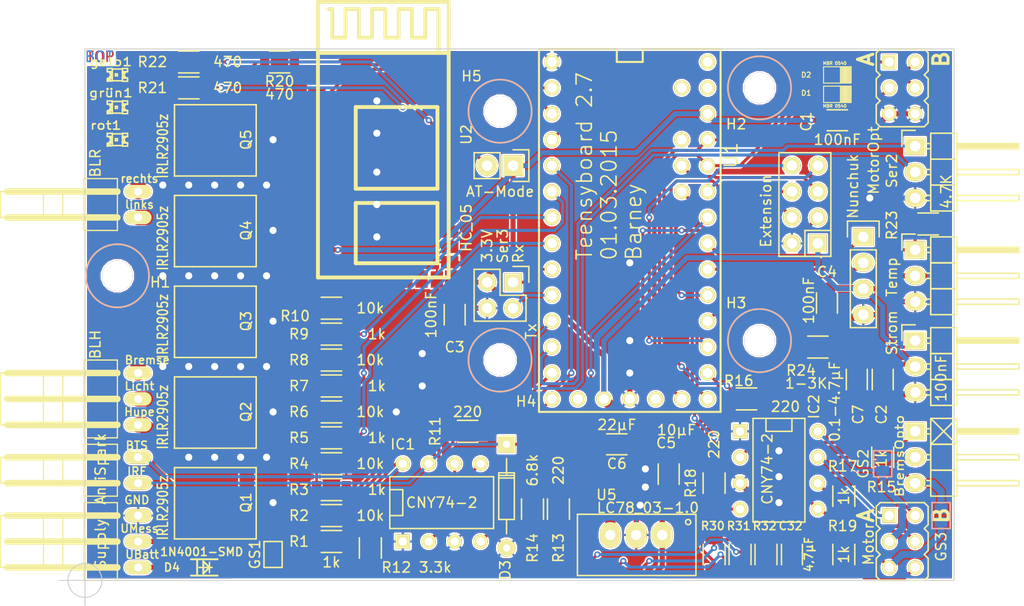
<source format=kicad_pcb>
(kicad_pcb (version 4) (host pcbnew "(2015-01-16 BZR 5376)-product")
  (layers (0 F.Cu signal) (31 B.Cu signal) (34 B.Paste user) (35 F.Paste user) (36 B.SilkS user) (37 F.SilkS user) (38 B.Mask user) (39 F.Mask user) (44 Edge.Cuts user))
  (net 0 "")
  (net 1 "Net-(U1-PadAGND)")
  (net 2 "Net-(U1-PadAREF)")
  (net 3 GND)
  (net 4 "Net-(U1-PadPGM)")
  (net 5 "Net-(U1-PadVBAT)")
  (net 6 "Net-(U1-PadVIN)")
  (net 7 "Net-(U1-PadVUSB)")
  (net 8 "Net-(U2-Pad3)")
  (net 9 "Net-(U2-Pad4)")
  (net 10 "Net-(U2-Pad5)")
  (net 11 "Net-(U2-Pad6)")
  (net 12 "Net-(U2-Pad7)")
  (net 13 "Net-(U2-Pad8)")
  (net 14 "Net-(U2-Pad9)")
  (net 15 "Net-(U2-Pad10)")
  (net 16 "Net-(U2-Pad11)")
  (net 17 "Net-(U2-Pad14)")
  (net 18 "Net-(U2-Pad15)")
  (net 19 "Net-(U2-Pad16)")
  (net 20 "Net-(U2-Pad17)")
  (net 21 "Net-(U2-Pad18)")
  (net 22 "Net-(U2-Pad19)")
  (net 23 "Net-(U2-Pad20)")
  (net 24 "Net-(U2-Pad23)")
  (net 25 "Net-(U2-Pad24)")
  (net 26 "Net-(U2-Pad25)")
  (net 27 "Net-(U2-Pad26)")
  (net 28 "Net-(U2-Pad27)")
  (net 29 "Net-(U2-Pad28)")
  (net 30 "Net-(U2-Pad29)")
  (net 31 "Net-(U2-Pad30)")
  (net 32 "Net-(U2-Pad33)")
  (net 33 "Net-(Q1-PadG)")
  (net 34 /Tx_1)
  (net 35 /Rx_1)
  (net 36 "Net-(Q2-PadG)")
  (net 37 "Net-(Q3-PadG)")
  (net 38 "Net-(Q4-PadG)")
  (net 39 "Net-(Q5-PadG)")
  (net 40 +3V3)
  (net 41 "Net-(D1-Pad2)")
  (net 42 "Net-(IC1-Pad5)")
  (net 43 /A14)
  (net 44 /A11)
  (net 45 /A10)
  (net 46 /A3)
  (net 47 /A7)
  (net 48 /A1)
  (net 49 /Pairing)
  (net 50 /Rx3)
  (net 51 /Tx3)
  (net 52 /Rx2)
  (net 53 /Tx2)
  (net 54 /Temp)
  (net 55 /UbMess)
  (net 56 /IMess)
  (net 57 /SDA)
  (net 58 /SCL)
  (net 59 /TeensyS2/BEC_B-5V)
  (net 60 /TeensyS2/Motor_Opto_B)
  (net 61 /TeensyS2/BEC_A-5V)
  (net 62 /TeensyS2/Motor_Opto_A)
  (net 63 /TeensyS2/GND_BEC_A)
  (net 64 /TeensyS2/GND_BEC_B)
  (net 65 "Net-(D2-Pad2)")
  (net 66 "Net-(D3-Pad2)")
  (net 67 Hupe)
  (net 68 Motorst_A)
  (net 69 Motorst_B)
  (net 70 Licht)
  (net 71 Bremse)
  (net 72 Blinker_L)
  (net 73 Blinker_R)
  (net 74 PWM_Power)
  (net 75 Brems_Servo)
  (net 76 "Net-(GS3-Pad1)")
  (net 77 /TeensyS2/Brems_Vcc)
  (net 78 /TeensyS2/Hupe_Out)
  (net 79 /TeensyS2/Licht_Out)
  (net 80 /TeensyS2/Bremse_Out)
  (net 81 /TeensyS2/Blinker_L_Out)
  (net 82 /TeensyS2/Blinker_R_Out)
  (net 83 UBatt)
  (net 84 "Net-(AT-Mode1-Pad2)")
  (net 85 "Net-(R20-Pad2)")
  (net 86 "Net-(R21-Pad1)")
  (net 87 "Net-(R21-Pad2)")
  (net 88 "Net-(R22-Pad1)")
  (net 89 "Net-(R22-Pad2)")
  (net 90 "Net-(GS1-Pad2)")
  (net 91 "Net-(IC1-Pad2)")
  (net 92 "Net-(IC1-Pad4)")
  (net 93 "Net-(IC1-Pad8)")
  (net 94 "Net-(IC2-Pad2)")
  (net 95 "Net-(IC2-Pad4)")
  (net 96 "Net-(R24-Pad1)")
  (net 97 /UBattD)
  (module packages:SOD123F-REFLOW (layer F.Cu) (at 100.584 124.46)
    (fp_text reference D4 (at -3.175 0) (layer F.SilkS) (effects (font (size 0.8 0.8))))
    (fp_text value 1N4001-SMD (at -0.254 -1.524) (layer F.SilkS) (effects (font (size 0.8 0.8))))
    (pad 1 smd rect (at -1.45034 0) (size 1.19888 1.19888) (layers F.Cu F.Paste F.Mask) (net 83 UBatt))
    (pad 2 smd rect (at 1.45034 0) (size 1.19888 1.19888) (layers F.Cu F.Paste F.Mask) (net 97 /UBattD))
  )
  (module packages:con-pss254_reichelt-02W (layer F.Cu) (at 92.075 91.44 90)
    (fp_text reference X4 hide)
    (fp_text value BLR (at 6.604 -2.159 270) (layer F.SilkS))
    (pad P$1 thru_hole oval (at 1.27 2.032 90) (size 1.30556 2.61366) (drill 0.79756) (layers *.Cu *.Mask F.SilkS) (net 81 /TeensyS2/Blinker_L_Out))
    (pad P$2 thru_hole oval (at 3.81 2.032 90) (size 1.30556 2.61366) (drill 0.79756) (layers *.Cu *.Mask F.SilkS) (net 82 /TeensyS2/Blinker_R_Out))
  )
  (module Capacitors_SMD:C_1206 (layer F.Cu) (at 158.115 123.19 90)
    (fp_text reference C32 (at 2.794 -0.127 180) (layer F.SilkS) (effects (font (size 0.8 0.8))))
    (fp_text value 4,7µF (at 0 1.651 90) (layer F.SilkS) (effects (font (size 0.8 0.8))))
    (pad 1 smd rect (at -1.5 0 90) (size 1 1.6) (layers F.Cu F.Paste F.Mask) (net 55 /UbMess))
    (pad 2 smd rect (at 1.5 0 90) (size 1 1.6) (layers F.Cu F.Paste F.Mask) (net 3 GND))
  )
  (module packages:connector-JP3Q (layer F.Cu) (at 168.91 77.47 270)
    (fp_text reference JP1 hide)
    (fp_text value MotorOpt (at 7.112 2.794 270) (layer F.SilkS))
    (pad 1A thru_hole rect (at -2.54 1.27 270) (size 1.4224 1.4224) (drill 0.9144) (layers *.Cu *.Mask F.SilkS) (net 68 Motorst_A))
    (pad 1B thru_hole circle (at -2.54 -1.27 270) (size 1.4224 1.4224) (drill 0.9144) (layers *.Cu *.Mask F.SilkS) (net 69 Motorst_B))
    (pad 2A thru_hole circle (at 0 1.27 270) (size 1.4224 1.4224) (drill 0.9144) (layers *.Cu *.Mask F.SilkS) (net 41 "Net-(D1-Pad2)"))
    (pad 2B thru_hole circle (at 0 -1.27 270) (size 1.4224 1.4224) (drill 0.9144) (layers *.Cu *.Mask F.SilkS) (net 65 "Net-(D2-Pad2)"))
    (pad 3A thru_hole circle (at 2.54 1.27 270) (size 1.4224 1.4224) (drill 0.9144) (layers *.Cu *.Mask F.SilkS) (net 3 GND))
    (pad 3B thru_hole circle (at 2.54 -1.27 270) (size 1.4224 1.4224) (drill 0.9144) (layers *.Cu *.Mask F.SilkS) (net 3 GND))
  )
  (module Teensy_3_Series_Board_v1.0:Teensy_3_Series_Board_v1.0-TEENSY_3.1+4 (layer F.Cu) (at 142.24 92.71)
    (fp_text reference U1 (at 9.906 -8.636 90) (layer F.SilkS) (effects (font (size 1.27 1.27))))
    (fp_text value TEENSY_3.1+4 hide)
    (pad 0 thru_hole circle (at -7.62 -15.24) (size 1.4732 1.4732) (drill 0.9652) (layers *.Cu *.Mask F.SilkS) (net 34 /Tx_1))
    (pad 1 thru_hole circle (at -7.62 -12.7) (size 1.4732 1.4732) (drill 0.9652) (layers *.Cu *.Mask F.SilkS) (net 35 /Rx_1))
    (pad 2 thru_hole circle (at -7.62 -10.16) (size 1.4732 1.4732) (drill 0.9652) (layers *.Cu *.Mask F.SilkS) (net 49 /Pairing))
    (pad 3 thru_hole circle (at -7.62 -7.62) (size 1.4732 1.4732) (drill 0.9652) (layers *.Cu *.Mask F.SilkS) (net 67 Hupe))
    (pad 3.3V thru_hole circle (at 7.62 -12.7) (size 1.4732 1.4732) (drill 0.9652) (layers *.Cu *.Mask F.SilkS) (net 40 +3V3))
    (pad 3.3V thru_hole circle (at -2.54 15.24) (size 1.4732 1.4732) (drill 0.9652) (layers *.Cu *.Mask F.SilkS) (net 40 +3V3))
    (pad 4 thru_hole circle (at -7.62 -5.08) (size 1.4732 1.4732) (drill 0.9652) (layers *.Cu *.Mask F.SilkS) (net 72 Blinker_L))
    (pad 5 thru_hole circle (at -7.62 -2.54) (size 1.4732 1.4732) (drill 0.9652) (layers *.Cu *.Mask F.SilkS) (net 73 Blinker_R))
    (pad 6 thru_hole circle (at -7.62 0) (size 1.4732 1.4732) (drill 0.9652) (layers *.Cu *.Mask F.SilkS) (net 71 Bremse))
    (pad 7 thru_hole circle (at -7.62 2.54) (size 1.4732 1.4732) (drill 0.9652) (layers *.Cu *.Mask F.SilkS) (net 50 /Rx3))
    (pad 8 thru_hole circle (at -7.62 5.08) (size 1.4732 1.4732) (drill 0.9652) (layers *.Cu *.Mask F.SilkS) (net 51 /Tx3))
    (pad 9 thru_hole circle (at -7.62 7.62) (size 1.4732 1.4732) (drill 0.9652) (layers *.Cu *.Mask F.SilkS) (net 52 /Rx2))
    (pad 10 thru_hole circle (at -7.62 10.16) (size 1.4732 1.4732) (drill 0.9652) (layers *.Cu *.Mask F.SilkS) (net 53 /Tx2))
    (pad 11 thru_hole circle (at -7.62 12.7) (size 1.4732 1.4732) (drill 0.9652) (layers *.Cu *.Mask F.SilkS) (net 70 Licht))
    (pad 12 thru_hole circle (at -7.62 15.24) (size 1.4732 1.4732) (drill 0.9652) (layers *.Cu *.Mask F.SilkS) (net 74 PWM_Power))
    (pad 13 thru_hole circle (at 7.62 15.24) (size 1.4732 1.4732) (drill 0.9652) (layers *.Cu *.Mask F.SilkS) (net 54 /Temp))
    (pad 14/A thru_hole circle (at 7.62 12.7) (size 1.4732 1.4732) (drill 0.9652) (layers *.Cu *.Mask F.SilkS) (net 55 /UbMess))
    (pad 15/A thru_hole circle (at 7.62 10.16) (size 1.4732 1.4732) (drill 0.9652) (layers *.Cu *.Mask F.SilkS) (net 48 /A1))
    (pad 16/A thru_hole circle (at 7.62 7.62) (size 1.4732 1.4732) (drill 0.9652) (layers *.Cu *.Mask F.SilkS) (net 56 /IMess))
    (pad 17/A thru_hole circle (at 7.62 5.08) (size 1.4732 1.4732) (drill 0.9652) (layers *.Cu *.Mask F.SilkS) (net 46 /A3))
    (pad 18/A thru_hole circle (at 7.62 2.54) (size 1.4732 1.4732) (drill 0.9652) (layers *.Cu *.Mask F.SilkS) (net 57 /SDA))
    (pad 19/A thru_hole circle (at 7.62 0) (size 1.4732 1.4732) (drill 0.9652) (layers *.Cu *.Mask F.SilkS) (net 58 /SCL))
    (pad 20/A thru_hole circle (at 7.62 -2.54) (size 1.4732 1.4732) (drill 0.9652) (layers *.Cu *.Mask F.SilkS) (net 75 Brems_Servo))
    (pad 21/A thru_hole circle (at 7.62 -5.08) (size 1.4732 1.4732) (drill 0.9652) (layers *.Cu *.Mask F.SilkS) (net 47 /A7))
    (pad 22/A thru_hole circle (at 7.62 -7.62) (size 1.4732 1.4732) (drill 0.9652) (layers *.Cu *.Mask F.SilkS) (net 69 Motorst_B))
    (pad 23/A thru_hole circle (at 7.62 -10.16) (size 1.4732 1.4732) (drill 0.9652) (layers *.Cu *.Mask F.SilkS) (net 68 Motorst_A))
    (pad A10 thru_hole circle (at 5.08 -7.62) (size 1.4732 1.4732) (drill 0.9652) (layers *.Cu *.Mask F.SilkS) (net 45 /A10))
    (pad A11 thru_hole circle (at 5.08 -5.08) (size 1.4732 1.4732) (drill 0.9652) (layers *.Cu *.Mask F.SilkS) (net 44 /A11))
    (pad A14 thru_hole circle (at 5.08 15.24) (size 1.4732 1.4732) (drill 0.9652) (layers *.Cu *.Mask F.SilkS) (net 43 /A14))
    (pad AGND thru_hole circle (at 7.62 -15.24) (size 1.4732 1.4732) (drill 0.9652) (layers *.Cu *.Mask F.SilkS) (net 1 "Net-(U1-PadAGND)"))
    (pad AREF thru_hole circle (at 5.08 -10.16) (size 1.4732 1.4732) (drill 0.9652) (layers *.Cu *.Mask F.SilkS) (net 2 "Net-(U1-PadAREF)"))
    (pad GND thru_hole circle (at -7.62 -17.78) (size 1.4732 1.4732) (drill 0.9652) (layers *.Cu *.Mask F.SilkS) (net 3 GND))
    (pad GND1 thru_hole circle (at 0 15.24) (size 1.4732 1.4732) (drill 0.9652) (layers *.Cu *.Mask F.SilkS) (net 3 GND))
    (pad PGM thru_hole circle (at 2.54 15.24) (size 1.4732 1.4732) (drill 0.9652) (layers *.Cu *.Mask F.SilkS) (net 4 "Net-(U1-PadPGM)"))
    (pad VBAT thru_hole circle (at -5.08 15.24) (size 1.4732 1.4732) (drill 0.9652) (layers *.Cu *.Mask F.SilkS) (net 5 "Net-(U1-PadVBAT)"))
    (pad VIN thru_hole circle (at 7.62 -17.78) (size 1.4732 1.4732) (drill 0.9652) (layers *.Cu *.Mask F.SilkS) (net 6 "Net-(U1-PadVIN)"))
    (pad VUSB thru_hole circle (at 5.08 -15.24) (size 1.4732 1.4732) (drill 0.9652) (layers *.Cu *.Mask F.SilkS) (net 7 "Net-(U1-PadVUSB)"))
  )
  (module packages:Gaptec-LC78_03 (layer F.Cu) (at 142.875 121.285 180)
    (fp_text reference U5 (at 2.921 3.937 180) (layer F.SilkS))
    (fp_text value LC78_03-1.0 (at -1.143 2.667 180) (layer F.SilkS))
    (pad 2 thru_hole oval (at 0 0 180) (size 2.032 2.54) (drill 1) (layers *.Cu *.Mask F.SilkS) (net 3 GND))
    (pad 3 thru_hole oval (at 2.54 0 180) (size 2.032 2.54) (drill 1) (layers *.Cu *.Mask F.SilkS) (net 40 +3V3))
    (pad 1 thru_hole oval (at -2.54 0 180) (size 2.032 2.54) (drill 1) (layers *.Cu *.Mask F.SilkS) (net 97 /UBattD))
  )
  (module GS2 (layer B.Cu) (at 167.005 114.3 180)
    (fp_text reference GS2 (at 1.905 0 270) (layer F.SilkS))
    (fp_text value GS2 hide)
    (pad 1 smd rect (at 0 0.635 180) (size 1.27 0.9652) (layers B.Cu B.Paste B.Mask) (net 77 /TeensyS2/Brems_Vcc))
    (pad 2 smd rect (at 0 -0.635 180) (size 1.27 0.9652) (layers B.Cu B.Paste B.Mask) (net 61 /TeensyS2/BEC_A-5V))
  )
  (module w_rf_modules:ITEAD_HC-05 (layer F.Cu) (at 118.11 82.55)
    (fp_text reference U2 (at 8.128 -0.508 90) (layer F.SilkS))
    (fp_text value HC_05 (at 8.128 8.636 90) (layer F.SilkS))
    (pad 11 smd rect (at -6.49986 8.99922) (size 1.69926 1.19888) (layers F.Cu F.Paste F.Mask) (net 16 "Net-(U2-Pad11)"))
    (pad 12 smd rect (at -6.49986 10.50036) (size 1.69926 1.19888) (layers F.Cu F.Paste F.Mask) (net 40 +3V3))
    (pad 13 smd rect (at -6.49986 11.99896) (size 1.69926 1.19888) (layers F.Cu F.Paste F.Mask) (net 3 GND))
    (pad 10 smd rect (at -6.49986 7.50062) (size 1.69926 1.19888) (layers F.Cu F.Paste F.Mask) (net 15 "Net-(U2-Pad10)"))
    (pad 9 smd rect (at -6.49986 5.99948) (size 1.69926 1.19888) (layers F.Cu F.Paste F.Mask) (net 14 "Net-(U2-Pad9)"))
    (pad 8 smd rect (at -6.49986 4.50088) (size 1.69926 1.19888) (layers F.Cu F.Paste F.Mask) (net 13 "Net-(U2-Pad8)"))
    (pad 7 smd rect (at -6.49986 2.99974) (size 1.69926 1.19888) (layers F.Cu F.Paste F.Mask) (net 12 "Net-(U2-Pad7)"))
    (pad 6 smd rect (at -6.49986 1.50114) (size 1.69926 1.19888) (layers F.Cu F.Paste F.Mask) (net 11 "Net-(U2-Pad6)"))
    (pad 5 smd rect (at -6.49986 0) (size 1.69926 1.19888) (layers F.Cu F.Paste F.Mask) (net 10 "Net-(U2-Pad5)"))
    (pad 4 smd rect (at -6.49986 -1.50114) (size 1.69926 1.19888) (layers F.Cu F.Paste F.Mask) (net 9 "Net-(U2-Pad4)"))
    (pad 3 smd rect (at -6.49986 -2.99974) (size 1.69926 1.19888) (layers F.Cu F.Paste F.Mask) (net 8 "Net-(U2-Pad3)"))
    (pad 2 smd rect (at -6.49986 -4.50088) (size 1.69926 1.19888) (layers F.Cu F.Paste F.Mask) (net 35 /Rx_1))
    (pad 1 smd rect (at -6.49986 -5.99948) (size 1.69926 1.19888) (layers F.Cu F.Paste F.Mask) (net 34 /Tx_1))
    (pad 14 smd rect (at -5.25018 13.69568) (size 1.19888 1.59766) (layers F.Cu F.Paste F.Mask) (net 17 "Net-(U2-Pad14)"))
    (pad 15 smd rect (at -3.7465 13.64996) (size 1.19888 1.69926) (layers F.Cu F.Paste F.Mask) (net 18 "Net-(U2-Pad15)"))
    (pad 16 smd rect (at -2.2479 13.64996) (size 1.19888 1.69926) (layers F.Cu F.Paste F.Mask) (net 19 "Net-(U2-Pad16)"))
    (pad 17 smd rect (at -0.7493 13.64996) (size 1.19888 1.69926) (layers F.Cu F.Paste F.Mask) (net 20 "Net-(U2-Pad17)"))
    (pad 18 smd rect (at 0.7493 13.64996) (size 1.19888 1.69926) (layers F.Cu F.Paste F.Mask) (net 21 "Net-(U2-Pad18)"))
    (pad 19 smd rect (at 2.2479 13.64996) (size 1.19888 1.69926) (layers F.Cu F.Paste F.Mask) (net 22 "Net-(U2-Pad19)"))
    (pad 20 smd rect (at 3.7465 13.64996) (size 1.19888 1.69926) (layers F.Cu F.Paste F.Mask) (net 23 "Net-(U2-Pad20)"))
    (pad 21 smd rect (at 5.2451 13.69822) (size 1.19888 1.59766) (layers F.Cu F.Paste F.Mask) (net 3 GND))
    (pad 22 smd rect (at 6.49986 11.99896) (size 1.69926 1.19888) (layers F.Cu F.Paste F.Mask) (net 3 GND))
    (pad 23 smd rect (at 6.49986 10.50036) (size 1.69926 1.19888) (layers F.Cu F.Paste F.Mask) (net 24 "Net-(U2-Pad23)"))
    (pad 24 smd rect (at 6.49986 8.99668) (size 1.69926 1.19888) (layers F.Cu F.Paste F.Mask) (net 25 "Net-(U2-Pad24)"))
    (pad 25 smd rect (at 6.49986 7.50062) (size 1.69926 1.19888) (layers F.Cu F.Paste F.Mask) (net 26 "Net-(U2-Pad25)"))
    (pad 26 smd rect (at 6.49986 5.99948) (size 1.69926 1.19888) (layers F.Cu F.Paste F.Mask) (net 27 "Net-(U2-Pad26)"))
    (pad 27 smd rect (at 6.49986 4.50088) (size 1.69926 1.19888) (layers F.Cu F.Paste F.Mask) (net 28 "Net-(U2-Pad27)"))
    (pad 28 smd rect (at 6.49986 2.99974) (size 1.69926 1.19888) (layers F.Cu F.Paste F.Mask) (net 29 "Net-(U2-Pad28)"))
    (pad 29 smd rect (at 6.49986 1.50114) (size 1.69926 1.19888) (layers F.Cu F.Paste F.Mask) (net 30 "Net-(U2-Pad29)"))
    (pad 30 smd rect (at 6.49986 0) (size 1.69926 1.19888) (layers F.Cu F.Paste F.Mask) (net 31 "Net-(U2-Pad30)"))
    (pad 31 smd rect (at 6.49986 -1.50114) (size 1.69926 1.19888) (layers F.Cu F.Paste F.Mask) (net 88 "Net-(R22-Pad1)"))
    (pad 32 smd rect (at 6.49986 -2.99974) (size 1.69926 1.19888) (layers F.Cu F.Paste F.Mask) (net 86 "Net-(R21-Pad1)"))
    (pad 33 smd rect (at 6.49986 -4.50088) (size 1.69926 1.19888) (layers F.Cu F.Paste F.Mask) (net 32 "Net-(U2-Pad33)"))
    (pad 34 smd rect (at 6.49986 -5.99948) (size 1.69926 1.19888) (layers F.Cu F.Paste F.Mask) (net 84 "Net-(AT-Mode1-Pad2)"))
  )
  (module Resistors_SMD:R_1206 (layer F.Cu) (at 113.03 121.92)
    (fp_text reference R1 (at -3.175 0) (layer F.SilkS))
    (fp_text value 1k (at 0 2.032) (layer F.SilkS))
    (pad 1 smd rect (at -1.45 0) (size 0.9 1.7) (layers F.Cu F.Paste F.Mask) (net 33 "Net-(Q1-PadG)"))
    (pad 2 smd rect (at 1.45 0) (size 0.9 1.7) (layers F.Cu F.Paste F.Mask) (net 67 Hupe))
  )
  (module SMD_Packages:DPAK-3_GDS (layer F.Cu) (at 104.775 118.11 90)
    (fp_text reference Q1 (at 0 -0.09906 90) (layer F.SilkS))
    (fp_text value IRLR2905z (at -0.508 -8.255 90) (layer F.SilkS) (effects (font (size 1 0.8))))
    (pad G smd rect (at -2.286 2.413 90) (size 1.651 3.048) (layers F.Cu F.Paste F.Mask) (net 33 "Net-(Q1-PadG)"))
    (pad D smd rect (at 0 -3.937 90) (size 6.096 6.096) (layers F.Cu F.Paste F.Mask) (net 78 /TeensyS2/Hupe_Out))
    (pad S smd rect (at 2.286 2.413 90) (size 1.651 3.048) (layers F.Cu F.Paste F.Mask) (net 3 GND))
  )
  (module Resistors_SMD:R_1206 (layer F.Cu) (at 113.03 119.38)
    (fp_text reference R2 (at -3.175 0) (layer F.SilkS))
    (fp_text value 10k (at 3.81 0) (layer F.SilkS))
    (pad 1 smd rect (at -1.45 0) (size 0.9 1.7) (layers F.Cu F.Paste F.Mask) (net 33 "Net-(Q1-PadG)"))
    (pad 2 smd rect (at 1.45 0) (size 0.9 1.7) (layers F.Cu F.Paste F.Mask) (net 3 GND))
  )
  (module Resistors_SMD:R_1206 (layer F.Cu) (at 113.03 116.84)
    (fp_text reference R3 (at -3.175 0) (layer F.SilkS))
    (fp_text value 1k (at 4.445 0) (layer F.SilkS))
    (pad 1 smd rect (at -1.45 0) (size 0.9 1.7) (layers F.Cu F.Paste F.Mask) (net 36 "Net-(Q2-PadG)"))
    (pad 2 smd rect (at 1.45 0) (size 0.9 1.7) (layers F.Cu F.Paste F.Mask) (net 70 Licht))
  )
  (module SMD_Packages:DPAK-3_GDS (layer F.Cu) (at 104.775 109.22 90)
    (fp_text reference Q2 (at 0 -0.09906 90) (layer F.SilkS))
    (fp_text value IRLR2905z (at -0.508 -8.255 90) (layer F.SilkS) (effects (font (size 1 0.8))))
    (pad G smd rect (at -2.286 2.413 90) (size 1.651 3.048) (layers F.Cu F.Paste F.Mask) (net 36 "Net-(Q2-PadG)"))
    (pad D smd rect (at 0 -3.937 90) (size 6.096 6.096) (layers F.Cu F.Paste F.Mask) (net 79 /TeensyS2/Licht_Out))
    (pad S smd rect (at 2.286 2.413 90) (size 1.651 3.048) (layers F.Cu F.Paste F.Mask) (net 3 GND))
  )
  (module SMD_Packages:DPAK-3_GDS (layer F.Cu) (at 104.775 100.33 90)
    (fp_text reference Q3 (at 0 -0.09906 90) (layer F.SilkS))
    (fp_text value IRLR2905z (at -0.508 -8.255 90) (layer F.SilkS) (effects (font (size 1 0.8))))
    (pad G smd rect (at -2.286 2.413 90) (size 1.651 3.048) (layers F.Cu F.Paste F.Mask) (net 37 "Net-(Q3-PadG)"))
    (pad D smd rect (at 0 -3.937 90) (size 6.096 6.096) (layers F.Cu F.Paste F.Mask) (net 80 /TeensyS2/Bremse_Out))
    (pad S smd rect (at 2.286 2.413 90) (size 1.651 3.048) (layers F.Cu F.Paste F.Mask) (net 3 GND))
  )
  (module SMD_Packages:DPAK-3_GDS (layer F.Cu) (at 104.775 91.44 90)
    (fp_text reference Q4 (at 0 -0.09906 90) (layer F.SilkS))
    (fp_text value IRLR2905z (at -0.762 -8.255 90) (layer F.SilkS) (effects (font (size 1 0.8))))
    (pad G smd rect (at -2.286 2.413 90) (size 1.651 3.048) (layers F.Cu F.Paste F.Mask) (net 38 "Net-(Q4-PadG)"))
    (pad D smd rect (at 0 -3.937 90) (size 6.096 6.096) (layers F.Cu F.Paste F.Mask) (net 81 /TeensyS2/Blinker_L_Out))
    (pad S smd rect (at 2.286 2.413 90) (size 1.651 3.048) (layers F.Cu F.Paste F.Mask) (net 3 GND))
  )
  (module SMD_Packages:DPAK-3_GDS (layer F.Cu) (at 104.775 82.55 90)
    (fp_text reference Q5 (at 0 -0.09906 90) (layer F.SilkS))
    (fp_text value IRLR2905z (at -0.635 -8.255 90) (layer F.SilkS) (effects (font (size 1 0.8))))
    (pad G smd rect (at -2.286 2.413 90) (size 1.651 3.048) (layers F.Cu F.Paste F.Mask) (net 39 "Net-(Q5-PadG)"))
    (pad D smd rect (at 0 -3.937 90) (size 6.096 6.096) (layers F.Cu F.Paste F.Mask) (net 82 /TeensyS2/Blinker_R_Out))
    (pad S smd rect (at 2.286 2.413 90) (size 1.651 3.048) (layers F.Cu F.Paste F.Mask) (net 3 GND))
  )
  (module Resistors_SMD:R_1206 (layer F.Cu) (at 113.03 114.3)
    (fp_text reference R4 (at -3.175 0) (layer F.SilkS))
    (fp_text value 10k (at 3.81 0) (layer F.SilkS))
    (pad 1 smd rect (at -1.45 0) (size 0.9 1.7) (layers F.Cu F.Paste F.Mask) (net 36 "Net-(Q2-PadG)"))
    (pad 2 smd rect (at 1.45 0) (size 0.9 1.7) (layers F.Cu F.Paste F.Mask) (net 3 GND))
  )
  (module Resistors_SMD:R_1206 (layer F.Cu) (at 113.03 111.76)
    (fp_text reference R5 (at -3.175 0) (layer F.SilkS))
    (fp_text value 1k (at 4.445 0) (layer F.SilkS))
    (pad 1 smd rect (at -1.45 0) (size 0.9 1.7) (layers F.Cu F.Paste F.Mask) (net 37 "Net-(Q3-PadG)"))
    (pad 2 smd rect (at 1.45 0) (size 0.9 1.7) (layers F.Cu F.Paste F.Mask) (net 71 Bremse))
  )
  (module Resistors_SMD:R_1206 (layer F.Cu) (at 113.03 109.22)
    (fp_text reference R6 (at -3.175 0) (layer F.SilkS))
    (fp_text value 10k (at 3.81 0) (layer F.SilkS))
    (pad 1 smd rect (at -1.45 0) (size 0.9 1.7) (layers F.Cu F.Paste F.Mask) (net 37 "Net-(Q3-PadG)"))
    (pad 2 smd rect (at 1.45 0) (size 0.9 1.7) (layers F.Cu F.Paste F.Mask) (net 3 GND))
  )
  (module Resistors_SMD:R_1206 (layer F.Cu) (at 113.03 106.68)
    (fp_text reference R7 (at -3.175 0) (layer F.SilkS))
    (fp_text value 1k (at 4.445 0) (layer F.SilkS))
    (pad 1 smd rect (at -1.45 0) (size 0.9 1.7) (layers F.Cu F.Paste F.Mask) (net 38 "Net-(Q4-PadG)"))
    (pad 2 smd rect (at 1.45 0) (size 0.9 1.7) (layers F.Cu F.Paste F.Mask) (net 72 Blinker_L))
  )
  (module Resistors_SMD:R_1206 (layer F.Cu) (at 113.03 104.14)
    (fp_text reference R8 (at -3.175 0) (layer F.SilkS))
    (fp_text value 10k (at 3.81 0) (layer F.SilkS))
    (pad 1 smd rect (at -1.45 0) (size 0.9 1.7) (layers F.Cu F.Paste F.Mask) (net 38 "Net-(Q4-PadG)"))
    (pad 2 smd rect (at 1.45 0) (size 0.9 1.7) (layers F.Cu F.Paste F.Mask) (net 3 GND))
  )
  (module Resistors_SMD:R_1206 (layer F.Cu) (at 113.03 101.6)
    (fp_text reference R9 (at -3.175 0) (layer F.SilkS))
    (fp_text value 1k (at 4.445 0) (layer F.SilkS))
    (pad 1 smd rect (at -1.45 0) (size 0.9 1.7) (layers F.Cu F.Paste F.Mask) (net 39 "Net-(Q5-PadG)"))
    (pad 2 smd rect (at 1.45 0) (size 0.9 1.7) (layers F.Cu F.Paste F.Mask) (net 73 Blinker_R))
  )
  (module Resistors_SMD:R_1206 (layer F.Cu) (at 113.03 99.06)
    (fp_text reference R10 (at -3.556 0.762) (layer F.SilkS))
    (fp_text value 10k (at 3.81 0) (layer F.SilkS))
    (pad 1 smd rect (at -1.45 0) (size 0.9 1.7) (layers F.Cu F.Paste F.Mask) (net 39 "Net-(Q5-PadG)"))
    (pad 2 smd rect (at 1.45 0) (size 0.9 1.7) (layers F.Cu F.Paste F.Mask) (net 3 GND))
  )
  (module Sockets_DIP:DIP-8__300 (layer F.Cu) (at 123.825 118.11)
    (fp_text reference IC1 (at -3.81 -5.715 180) (layer F.SilkS))
    (fp_text value CNY74-2 (at 0 0) (layer F.SilkS))
    (pad 1 thru_hole rect (at -3.81 3.81) (size 1.397 1.397) (drill 0.8128) (layers *.Cu *.Mask F.SilkS) (net 3 GND))
    (pad 2 thru_hole circle (at -1.27 3.81) (size 1.397 1.397) (drill 0.8128) (layers *.Cu *.Mask F.SilkS) (net 91 "Net-(IC1-Pad2)"))
    (pad 3 thru_hole circle (at 1.27 3.81) (size 1.397 1.397) (drill 0.8128) (layers *.Cu *.Mask F.SilkS) (net 3 GND))
    (pad 4 thru_hole circle (at 3.81 3.81) (size 1.397 1.397) (drill 0.8128) (layers *.Cu *.Mask F.SilkS) (net 92 "Net-(IC1-Pad4)"))
    (pad 5 thru_hole circle (at 3.81 -3.81) (size 1.397 1.397) (drill 0.8128) (layers *.Cu *.Mask F.SilkS) (net 42 "Net-(IC1-Pad5)"))
    (pad 6 thru_hole circle (at 1.27 -3.81) (size 1.397 1.397) (drill 0.8128) (layers *.Cu *.Mask F.SilkS) (net 77 /TeensyS2/Brems_Vcc))
    (pad 7 thru_hole circle (at -1.27 -3.81) (size 1.397 1.397) (drill 0.8128) (layers *.Cu *.Mask F.SilkS) (net 66 "Net-(D3-Pad2)"))
    (pad 8 thru_hole circle (at -3.81 -3.81) (size 1.397 1.397) (drill 0.8128) (layers *.Cu *.Mask F.SilkS) (net 93 "Net-(IC1-Pad8)"))
  )
  (module GS2 (layer B.Cu) (at 172.72 119.38 180)
    (fp_text reference GS3 (at 0 -3.048 270) (layer F.SilkS))
    (fp_text value GS2 hide)
    (pad 1 smd rect (at 0 0.635 180) (size 1.27 0.9652) (layers B.Cu B.Paste B.Mask) (net 76 "Net-(GS3-Pad1)"))
    (pad 2 smd rect (at 0 -0.635 180) (size 1.27 0.9652) (layers B.Cu B.Paste B.Mask) (net 63 /TeensyS2/GND_BEC_A))
  )
  (module Resistors_SMD:R_1206 (layer F.Cu) (at 126.365 111.125)
    (fp_text reference R11 (at -3.175 0 90) (layer F.SilkS))
    (fp_text value 220 (at 0 -1.905) (layer F.SilkS))
    (pad 1 smd rect (at -1.45 0) (size 0.9 1.7) (layers F.Cu F.Paste F.Mask) (net 91 "Net-(IC1-Pad2)"))
    (pad 2 smd rect (at 1.45 0) (size 0.9 1.7) (layers F.Cu F.Paste F.Mask) (net 74 PWM_Power))
  )
  (module Resistors_SMD:R_1206 (layer F.Cu) (at 116.84 122.555 90)
    (fp_text reference R12 (at -1.905 2.54 180) (layer F.SilkS))
    (fp_text value 3.3k (at -1.905 6.35 180) (layer F.SilkS))
    (pad 1 smd rect (at -1.45 0 90) (size 0.9 1.7) (layers F.Cu F.Paste F.Mask) (net 83 UBatt))
    (pad 2 smd rect (at 1.45 0 90) (size 0.9 1.7) (layers F.Cu F.Paste F.Mask) (net 93 "Net-(IC1-Pad8)"))
  )
  (module Resistors_SMD:R_1206 (layer F.Cu) (at 132.715 118.745 270)
    (fp_text reference R13 (at 3.81 -2.54 270) (layer F.SilkS))
    (fp_text value 6.8k (at -3.81 0 270) (layer F.SilkS))
    (pad 1 smd rect (at -1.45 0 270) (size 0.9 1.7) (layers F.Cu F.Paste F.Mask) (net 66 "Net-(D3-Pad2)"))
    (pad 2 smd rect (at 1.45 0 270) (size 0.9 1.7) (layers F.Cu F.Paste F.Mask) (net 3 GND))
  )
  (module Resistors_SMD:R_1206 (layer F.Cu) (at 135.255 118.745 90)
    (fp_text reference R14 (at -3.81 -2.54 90) (layer F.SilkS))
    (fp_text value 220 (at 3.81 0 90) (layer F.SilkS))
    (pad 1 smd rect (at -1.45 0 90) (size 0.9 1.7) (layers F.Cu F.Paste F.Mask) (net 92 "Net-(IC1-Pad4)"))
    (pad 2 smd rect (at 1.45 0 90) (size 0.9 1.7) (layers F.Cu F.Paste F.Mask) (net 75 Brems_Servo))
  )
  (module Resistors_SMD:R_1206 (layer F.Cu) (at 167.005 113.665 270)
    (fp_text reference R15 (at 2.921 0.127 360) (layer F.SilkS))
    (fp_text value 1k (at 0.127 0.127 270) (layer F.SilkS))
    (pad 1 smd rect (at -1.45 0 270) (size 0.9 1.7) (layers F.Cu F.Paste F.Mask) (net 42 "Net-(IC1-Pad5)"))
    (pad 2 smd rect (at 1.45 0 270) (size 0.9 1.7) (layers F.Cu F.Paste F.Mask) (net 76 "Net-(GS3-Pad1)"))
  )
  (module Pin_Headers:Pin_Header_Straight_2x04 (layer F.Cu) (at 159.385 88.9 90)
    (fp_text reference Extension1 hide)
    (fp_text value Extension (at -0.635 -3.81 90) (layer F.SilkS))
    (pad 1 thru_hole rect (at -3.81 1.27 90) (size 1.7272 1.7272) (drill 1.016) (layers *.Cu *.Mask F.SilkS) (net 40 +3V3))
    (pad 2 thru_hole oval (at -3.81 -1.27 90) (size 1.7272 1.7272) (drill 1.016) (layers *.Cu *.Mask F.SilkS) (net 3 GND))
    (pad 3 thru_hole oval (at -1.27 1.27 90) (size 1.7272 1.7272) (drill 1.016) (layers *.Cu *.Mask F.SilkS) (net 43 /A14))
    (pad 4 thru_hole oval (at -1.27 -1.27 90) (size 1.7272 1.7272) (drill 1.016) (layers *.Cu *.Mask F.SilkS) (net 44 /A11))
    (pad 5 thru_hole oval (at 1.27 1.27 90) (size 1.7272 1.7272) (drill 1.016) (layers *.Cu *.Mask F.SilkS) (net 45 /A10))
    (pad 6 thru_hole oval (at 1.27 -1.27 90) (size 1.7272 1.7272) (drill 1.016) (layers *.Cu *.Mask F.SilkS) (net 46 /A3))
    (pad 7 thru_hole oval (at 3.81 1.27 90) (size 1.7272 1.7272) (drill 1.016) (layers *.Cu *.Mask F.SilkS) (net 47 /A7))
    (pad 8 thru_hole oval (at 3.81 -1.27 90) (size 1.7272 1.7272) (drill 1.016) (layers *.Cu *.Mask F.SilkS) (net 48 /A1))
  )
  (module Sockets_DIP:DIP-8__300 (layer F.Cu) (at 156.845 114.935 270)
    (fp_text reference IC2 (at -6.223 -3.429 270) (layer F.SilkS))
    (fp_text value CNY74-2 (at -0.127 1.143 270) (layer F.SilkS))
    (pad 1 thru_hole rect (at -3.81 3.81 270) (size 1.397 1.397) (drill 0.8128) (layers *.Cu *.Mask F.SilkS) (net 3 GND))
    (pad 2 thru_hole circle (at -1.27 3.81 270) (size 1.397 1.397) (drill 0.8128) (layers *.Cu *.Mask F.SilkS) (net 94 "Net-(IC2-Pad2)"))
    (pad 3 thru_hole circle (at 1.27 3.81 270) (size 1.397 1.397) (drill 0.8128) (layers *.Cu *.Mask F.SilkS) (net 3 GND))
    (pad 4 thru_hole circle (at 3.81 3.81 270) (size 1.397 1.397) (drill 0.8128) (layers *.Cu *.Mask F.SilkS) (net 95 "Net-(IC2-Pad4)"))
    (pad 5 thru_hole circle (at 3.81 -3.81 270) (size 1.397 1.397) (drill 0.8128) (layers *.Cu *.Mask F.SilkS) (net 60 /TeensyS2/Motor_Opto_B))
    (pad 6 thru_hole circle (at 1.27 -3.81 270) (size 1.397 1.397) (drill 0.8128) (layers *.Cu *.Mask F.SilkS) (net 59 /TeensyS2/BEC_B-5V))
    (pad 7 thru_hole circle (at -1.27 -3.81 270) (size 1.397 1.397) (drill 0.8128) (layers *.Cu *.Mask F.SilkS) (net 62 /TeensyS2/Motor_Opto_A))
    (pad 8 thru_hole circle (at -3.81 -3.81 270) (size 1.397 1.397) (drill 0.8128) (layers *.Cu *.Mask F.SilkS) (net 61 /TeensyS2/BEC_A-5V))
  )
  (module Resistors_SMD:R_1206 (layer F.Cu) (at 153.67 107.95 180)
    (fp_text reference R16 (at 0.762 1.778 180) (layer F.SilkS))
    (fp_text value 220 (at -3.81 -0.762 180) (layer F.SilkS))
    (pad 1 smd rect (at -1.45 0 180) (size 0.9 1.7) (layers F.Cu F.Paste F.Mask) (net 94 "Net-(IC2-Pad2)"))
    (pad 2 smd rect (at 1.45 0 180) (size 0.9 1.7) (layers F.Cu F.Paste F.Mask) (net 68 Motorst_A))
  )
  (module Resistors_SMD:R_1206 (layer F.Cu) (at 163.195 117.475 270)
    (fp_text reference R17 (at -2.921 0.127 360) (layer F.SilkS))
    (fp_text value 1k (at 0 0 270) (layer F.SilkS))
    (pad 1 smd rect (at -1.45 0 270) (size 0.9 1.7) (layers F.Cu F.Paste F.Mask) (net 62 /TeensyS2/Motor_Opto_A))
    (pad 2 smd rect (at 1.45 0 270) (size 0.9 1.7) (layers F.Cu F.Paste F.Mask) (net 63 /TeensyS2/GND_BEC_A))
  )
  (module Pin_Headers:Pin_Header_Angled_1x03 (layer F.Cu) (at 170.18 113.665 270)
    (fp_text reference P1 hide)
    (fp_text value BremsOpto (at -0.127 1.524 270) (layer F.SilkS) (effects (font (size 0.8 1))))
    (pad 1 thru_hole rect (at -2.54 0 270) (size 1.7272 2.032) (drill 1.016) (layers *.Cu *.Mask F.SilkS) (net 42 "Net-(IC1-Pad5)"))
    (pad 2 thru_hole oval (at 0 0 270) (size 1.7272 2.032) (drill 1.016) (layers *.Cu *.Mask F.SilkS) (net 77 /TeensyS2/Brems_Vcc))
    (pad 3 thru_hole oval (at 2.54 0 270) (size 1.7272 2.032) (drill 1.016) (layers *.Cu *.Mask F.SilkS) (net 76 "Net-(GS3-Pad1)"))
  )
  (module Resistors_SMD:R_1206 (layer F.Cu) (at 150.495 116.205 90)
    (fp_text reference R18 (at 0 -2.3 90) (layer F.SilkS))
    (fp_text value 220 (at 3.81 0 90) (layer F.SilkS))
    (pad 1 smd rect (at -1.45 0 90) (size 0.9 1.7) (layers F.Cu F.Paste F.Mask) (net 95 "Net-(IC2-Pad4)"))
    (pad 2 smd rect (at 1.45 0 90) (size 0.9 1.7) (layers F.Cu F.Paste F.Mask) (net 69 Motorst_B))
  )
  (module Resistors_SMD:R_1206 (layer F.Cu) (at 163.195 123.19 270)
    (fp_text reference R19 (at -2.794 0.127 360) (layer F.SilkS))
    (fp_text value 1k (at 0 0 270) (layer F.SilkS))
    (pad 1 smd rect (at -1.45 0 270) (size 0.9 1.7) (layers F.Cu F.Paste F.Mask) (net 60 /TeensyS2/Motor_Opto_B))
    (pad 2 smd rect (at 1.45 0 270) (size 0.9 1.7) (layers F.Cu F.Paste F.Mask) (net 64 /TeensyS2/GND_BEC_B))
  )
  (module Pin_Headers:Pin_Header_Angled_1x03 (layer F.Cu) (at 170.18 83.185)
    (fp_text reference Ser2 (at -2.286 2.413 90) (layer F.SilkS))
    (fp_text value Ser2 hide)
    (pad 1 thru_hole rect (at 0 0) (size 2.032 1.7272) (drill 1.016) (layers *.Cu *.Mask F.SilkS) (net 53 /Tx2))
    (pad 2 thru_hole oval (at 0 2.54) (size 2.032 1.7272) (drill 1.016) (layers *.Cu *.Mask F.SilkS) (net 52 /Rx2))
    (pad 3 thru_hole oval (at 0 5.08) (size 2.032 1.7272) (drill 1.016) (layers *.Cu *.Mask F.SilkS) (net 3 GND))
  )
  (module Pin_Headers:Pin_Header_Straight_2x02 (layer F.Cu) (at 130.81 96.52 270)
    (fp_text reference Ser3 (at -3.556 1.016 450) (layer F.SilkS))
    (fp_text value Ser3 hide)
    (pad 1 thru_hole rect (at 0 0 270) (size 1.7272 1.7272) (drill 1.016) (layers *.Cu *.Mask F.SilkS) (net 50 /Rx3))
    (pad 2 thru_hole oval (at 2.54 0 270) (size 1.7272 1.7272) (drill 1.016) (layers *.Cu *.Mask F.SilkS) (net 51 /Tx3))
    (pad 3 thru_hole oval (at 0 2.54 270) (size 1.7272 1.7272) (drill 1.016) (layers *.Cu *.Mask F.SilkS) (net 40 +3V3))
    (pad 4 thru_hole oval (at 2.54 2.54 270) (size 1.7272 1.7272) (drill 1.016) (layers *.Cu *.Mask F.SilkS) (net 3 GND))
  )
  (module Pin_Headers:Pin_Header_Straight_1x04 (layer F.Cu) (at 165.1 92.075)
    (fp_text reference Nunchuk1 hide)
    (fp_text value Nunchuk (at -1.016 -4.953 90) (layer F.SilkS))
    (pad 1 thru_hole rect (at 0 0) (size 2.032 1.7272) (drill 1.016) (layers *.Cu *.Mask F.SilkS) (net 58 /SCL))
    (pad 2 thru_hole oval (at 0 2.54) (size 2.032 1.7272) (drill 1.016) (layers *.Cu *.Mask F.SilkS) (net 57 /SDA))
    (pad 3 thru_hole oval (at 0 5.08) (size 2.032 1.7272) (drill 1.016) (layers *.Cu *.Mask F.SilkS) (net 40 +3V3))
    (pad 4 thru_hole oval (at 0 7.62) (size 2.032 1.7272) (drill 1.016) (layers *.Cu *.Mask F.SilkS) (net 3 GND))
  )
  (module Pin_Headers:Pin_Header_Straight_1x02 (layer F.Cu) (at 130.81 85.09 270)
    (fp_text reference AT-Mode1 hide)
    (fp_text value AT-Mode (at 2.54 1.27 360) (layer F.SilkS))
    (pad 1 thru_hole rect (at 0 0 270) (size 2.032 2.032) (drill 1.016) (layers *.Cu *.Mask F.SilkS) (net 40 +3V3))
    (pad 2 thru_hole oval (at 0 2.54 270) (size 2.032 2.032) (drill 1.016) (layers *.Cu *.Mask F.SilkS) (net 84 "Net-(AT-Mode1-Pad2)"))
  )
  (module Resistors_SMD:R_1206 (layer F.Cu) (at 107.95 74.93 180)
    (fp_text reference R20 (at 0 -1.905 180) (layer F.SilkS))
    (fp_text value 470 (at 0 -3.175 180) (layer F.SilkS))
    (pad 1 smd rect (at -1.45 0 180) (size 0.9 1.7) (layers F.Cu F.Paste F.Mask) (net 49 /Pairing))
    (pad 2 smd rect (at 1.45 0 180) (size 0.9 1.7) (layers F.Cu F.Paste F.Mask) (net 85 "Net-(R20-Pad2)"))
  )
  (module Resistors_SMD:R_1206 (layer F.Cu) (at 99.06 77.47 180)
    (fp_text reference R21 (at 3.556 0 360) (layer F.SilkS))
    (fp_text value 470 (at -3.81 0 180) (layer F.SilkS))
    (pad 1 smd rect (at -1.45 0 180) (size 0.9 1.7) (layers F.Cu F.Paste F.Mask) (net 86 "Net-(R21-Pad1)"))
    (pad 2 smd rect (at 1.45 0 180) (size 0.9 1.7) (layers F.Cu F.Paste F.Mask) (net 87 "Net-(R21-Pad2)"))
  )
  (module Resistors_SMD:R_1206 (layer F.Cu) (at 99.06 74.93 180)
    (fp_text reference R22 (at 3.556 0 360) (layer F.SilkS))
    (fp_text value 470 (at -3.81 0 180) (layer F.SilkS))
    (pad 1 smd rect (at -1.45 0 180) (size 0.9 1.7) (layers F.Cu F.Paste F.Mask) (net 88 "Net-(R22-Pad1)"))
    (pad 2 smd rect (at 1.45 0 180) (size 0.9 1.7) (layers F.Cu F.Paste F.Mask) (net 89 "Net-(R22-Pad2)"))
  )
  (module Resistors_SMD:R_1206 (layer F.Cu) (at 171.45 90.805 180)
    (fp_text reference R23 (at 3.556 -0.127 270) (layer F.SilkS))
    (fp_text value 4.7K (at -1.778 3.175 270) (layer F.SilkS))
    (pad 1 smd rect (at -1.45 0 180) (size 0.9 1.7) (layers F.Cu F.Paste F.Mask) (net 40 +3V3))
    (pad 2 smd rect (at 1.45 0 180) (size 0.9 1.7) (layers F.Cu F.Paste F.Mask) (net 54 /Temp))
  )
  (module LEDs:LED-0805 (layer F.Cu) (at 92.075 82.55 180)
    (fp_text reference rot1 (at 1.143 1.397 180) (layer F.SilkS) (effects (font (size 0.8 1))))
    (fp_text value LED hide)
    (pad 1 smd rect (at -1.04902 0 180) (size 1.19888 1.19888) (layers F.Cu F.Paste F.Mask) (net 85 "Net-(R20-Pad2)"))
    (pad 2 smd rect (at 1.04902 0 180) (size 1.19888 1.19888) (layers F.Cu F.Paste F.Mask) (net 3 GND))
  )
  (module Pin_Headers:Pin_Header_Angled_1x03 (layer F.Cu) (at 170.18 102.235)
    (fp_text reference Strom1 hide)
    (fp_text value Strom (at -2.286 -0.762 90) (layer F.SilkS))
    (pad 1 thru_hole rect (at 0 0) (size 2.032 1.7272) (drill 1.016) (layers *.Cu *.Mask F.SilkS) (net 96 "Net-(R24-Pad1)"))
    (pad 2 thru_hole oval (at 0 2.54) (size 2.032 1.7272) (drill 1.016) (layers *.Cu *.Mask F.SilkS) (net 40 +3V3))
    (pad 3 thru_hole oval (at 0 5.08) (size 2.032 1.7272) (drill 1.016) (layers *.Cu *.Mask F.SilkS) (net 3 GND))
  )
  (module Pin_Headers:Pin_Header_Angled_1x03 (layer F.Cu) (at 170.18 93.345)
    (fp_text reference Temp1 hide)
    (fp_text value Temp (at -2.286 2.667 90) (layer F.SilkS))
    (pad 1 thru_hole rect (at 0 0) (size 2.032 1.7272) (drill 1.016) (layers *.Cu *.Mask F.SilkS) (net 54 /Temp))
    (pad 2 thru_hole oval (at 0 2.54) (size 2.032 1.7272) (drill 1.016) (layers *.Cu *.Mask F.SilkS) (net 40 +3V3))
    (pad 3 thru_hole oval (at 0 5.08) (size 2.032 1.7272) (drill 1.016) (layers *.Cu *.Mask F.SilkS) (net 3 GND))
  )
  (module LEDs:LED-0805 (layer F.Cu) (at 92.075 76.2 180)
    (fp_text reference gelb1 (at 0.635 1.27 180) (layer F.SilkS) (effects (font (size 0.8 1))))
    (fp_text value LED hide)
    (pad 1 smd rect (at -1.04902 0 180) (size 1.19888 1.19888) (layers F.Cu F.Paste F.Mask) (net 89 "Net-(R22-Pad2)"))
    (pad 2 smd rect (at 1.04902 0 180) (size 1.19888 1.19888) (layers F.Cu F.Paste F.Mask) (net 3 GND))
  )
  (module LEDs:LED-0805 (layer F.Cu) (at 92.075 79.375 180)
    (fp_text reference grün1 (at 0.635 1.397 180) (layer F.SilkS) (effects (font (size 0.8 1))))
    (fp_text value LED hide)
    (pad 1 smd rect (at -1.04902 0 180) (size 1.19888 1.19888) (layers F.Cu F.Paste F.Mask) (net 87 "Net-(R21-Pad2)"))
    (pad 2 smd rect (at 1.04902 0 180) (size 1.19888 1.19888) (layers F.Cu F.Paste F.Mask) (net 3 GND))
  )
  (module GS2 (layer F.Cu) (at 107.315 123.19 180)
    (fp_text reference GS1 (at 1.778 0 270) (layer F.SilkS))
    (fp_text value Mess hide)
    (pad 1 smd rect (at 0 -0.635 180) (size 1.27 0.9652) (layers F.Cu F.Paste F.Mask) (net 83 UBatt))
    (pad 2 smd rect (at 0 0.635 180) (size 1.27 0.9652) (layers F.Cu F.Paste F.Mask) (net 90 "Net-(GS1-Pad2)"))
  )
  (module Resistors_SMD:R_1206 (layer F.Cu) (at 150.495 123.19 270)
    (fp_text reference R30 (at -2.794 0.127 360) (layer F.SilkS) (effects (font (size 0.8 0.8))))
    (fp_text value 180k hide)
    (pad 1 smd rect (at -1.45 0 270) (size 0.9 1.7) (layers F.Cu F.Paste F.Mask) (net 90 "Net-(GS1-Pad2)"))
    (pad 2 smd rect (at 1.45 0 270) (size 0.9 1.7) (layers F.Cu F.Paste F.Mask) (net 55 /UbMess))
  )
  (module Resistors_SMD:R_1206 (layer F.Cu) (at 153.035 123.19 270)
    (fp_text reference R31 (at -2.794 0.127 360) (layer F.SilkS) (effects (font (size 0.8 0.8))))
    (fp_text value 180k hide)
    (pad 1 smd rect (at -1.45 0 270) (size 0.9 1.7) (layers F.Cu F.Paste F.Mask) (net 90 "Net-(GS1-Pad2)"))
    (pad 2 smd rect (at 1.45 0 270) (size 0.9 1.7) (layers F.Cu F.Paste F.Mask) (net 55 /UbMess))
  )
  (module Resistors_SMD:R_1206 (layer F.Cu) (at 155.575 123.19 90)
    (fp_text reference R32 (at 2.794 -0.127 180) (layer F.SilkS) (effects (font (size 0.8 0.8))))
    (fp_text value 10k hide)
    (pad 1 smd rect (at -1.45 0 90) (size 0.9 1.7) (layers F.Cu F.Paste F.Mask) (net 55 /UbMess))
    (pad 2 smd rect (at 1.45 0 90) (size 0.9 1.7) (layers F.Cu F.Paste F.Mask) (net 3 GND))
  )
  (module Capacitors_SMD:C_1206 (layer F.Cu) (at 162.56 80.645)
    (fp_text reference C1 (at -3.048 0.127 90) (layer F.SilkS))
    (fp_text value 100nF (at 0 1.905) (layer F.SilkS))
    (pad 1 smd rect (at -1.5 0) (size 1 1.6) (layers F.Cu F.Paste F.Mask) (net 40 +3V3))
    (pad 2 smd rect (at 1.5 0) (size 1 1.6) (layers F.Cu F.Paste F.Mask) (net 3 GND))
  )
  (module Capacitors_SMD:C_1206 (layer F.Cu) (at 167.005 106.045 270)
    (fp_text reference C2 (at 3.429 0.127 270) (layer F.SilkS))
    (fp_text value 100nF (at -0.127 -5.715 450) (layer F.SilkS))
    (pad 1 smd rect (at -1.5 0 270) (size 1 1.6) (layers F.Cu F.Paste F.Mask) (net 40 +3V3))
    (pad 2 smd rect (at 1.5 0 270) (size 1 1.6) (layers F.Cu F.Paste F.Mask) (net 3 GND))
  )
  (module Capacitors_SMD:C_1206 (layer F.Cu) (at 125.095 99.695 270)
    (fp_text reference C3 (at 3.175 0 360) (layer F.SilkS))
    (fp_text value 100nF (at 0 2.3 270) (layer F.SilkS))
    (pad 1 smd rect (at -1.5 0 270) (size 1 1.6) (layers F.Cu F.Paste F.Mask) (net 40 +3V3))
    (pad 2 smd rect (at 1.5 0 270) (size 1 1.6) (layers F.Cu F.Paste F.Mask) (net 3 GND))
  )
  (module Capacitors_SMD:C_1206 (layer F.Cu) (at 161.544 98.552 270)
    (fp_text reference C4 (at -3.048 0 360) (layer F.SilkS))
    (fp_text value 100nF (at -0.254 1.778 270) (layer F.SilkS))
    (pad 1 smd rect (at -1.5 0 270) (size 1 1.6) (layers F.Cu F.Paste F.Mask) (net 40 +3V3))
    (pad 2 smd rect (at 1.5 0 270) (size 1 1.6) (layers F.Cu F.Paste F.Mask) (net 3 GND))
  )
  (module Capacitors_SMD:C_1206 (layer F.Cu) (at 146.05 115.316 90)
    (fp_text reference C5 (at 3.048 -0.254 180) (layer F.SilkS))
    (fp_text value 10µF (at 4.318 0.762 180) (layer F.SilkS))
    (pad 1 smd rect (at -1.5 0 90) (size 1 1.6) (layers F.Cu F.Paste F.Mask) (net 97 /UBattD))
    (pad 2 smd rect (at 1.5 0 90) (size 1 1.6) (layers F.Cu F.Paste F.Mask) (net 3 GND))
  )
  (module Capacitors_SMD:C_1206 (layer F.Cu) (at 140.97 112.395)
    (fp_text reference C6 (at 0 1.905) (layer F.SilkS))
    (fp_text value 22µF (at 0 -1.905) (layer F.SilkS))
    (pad 1 smd rect (at -1.5 0) (size 1 1.6) (layers F.Cu F.Paste F.Mask) (net 40 +3V3))
    (pad 2 smd rect (at 1.5 0) (size 1 1.6) (layers F.Cu F.Paste F.Mask) (net 3 GND))
  )
  (module Diodes_ThroughHole:Diode_DO-35_SOD27_Horizontal_RM10 (layer F.Cu) (at 130.175 117.475 90)
    (fp_text reference D3 (at -7.239 -0.127 90) (layer F.SilkS))
    (fp_text value 15V hide)
    (pad 1 thru_hole circle (at -5.08 0 90) (size 1.69926 1.69926) (drill 0.70104) (layers *.Cu *.Mask F.SilkS) (net 3 GND))
    (pad 2 thru_hole rect (at 5.08 0 90) (size 1.69926 1.69926) (drill 0.70104) (layers *.Cu *.Mask F.SilkS) (net 66 "Net-(D3-Pad2)"))
  )
  (module packages:connector-JP3Q (layer F.Cu) (at 168.91 121.92 270)
    (fp_text reference JP2 hide)
    (fp_text value Motor (at 0.254 3.302 270) (layer F.SilkS))
    (pad 1A thru_hole rect (at -2.54 1.27 270) (size 1.4224 1.4224) (drill 0.9144) (layers *.Cu *.Mask F.SilkS) (net 62 /TeensyS2/Motor_Opto_A))
    (pad 1B thru_hole circle (at -2.54 -1.27 270) (size 1.4224 1.4224) (drill 0.9144) (layers *.Cu *.Mask F.SilkS) (net 60 /TeensyS2/Motor_Opto_B))
    (pad 2A thru_hole circle (at 0 1.27 270) (size 1.4224 1.4224) (drill 0.9144) (layers *.Cu *.Mask F.SilkS) (net 61 /TeensyS2/BEC_A-5V))
    (pad 2B thru_hole circle (at 0 -1.27 270) (size 1.4224 1.4224) (drill 0.9144) (layers *.Cu *.Mask F.SilkS) (net 59 /TeensyS2/BEC_B-5V))
    (pad 3A thru_hole circle (at 2.54 1.27 270) (size 1.4224 1.4224) (drill 0.9144) (layers *.Cu *.Mask F.SilkS) (net 63 /TeensyS2/GND_BEC_A))
    (pad 3B thru_hole circle (at 2.54 -1.27 270) (size 1.4224 1.4224) (drill 0.9144) (layers *.Cu *.Mask F.SilkS) (net 64 /TeensyS2/GND_BEC_B))
  )
  (module packages:MountingHole_3mm_new (layer F.Cu) (at 154.94 102.235)
    (fp_text reference H3 (at -2.286 -3.683) (layer F.SilkS))
    (fp_text value Mount_Hole hide)
    (pad 1 thru_hole circle (at 0 0) (size 2.99974 2.99974) (drill 2.99974) (layers))
  )
  (module packages:MountingHole_3mm_new (layer F.Cu) (at 129.54 104.14)
    (fp_text reference H4 (at 2.54 4.064) (layer F.SilkS))
    (fp_text value Mount_Hole hide)
    (pad 1 thru_hole circle (at 0 0) (size 2.99974 2.99974) (drill 2.99974) (layers))
  )
  (module packages:MountingHole_3mm_new (layer F.Cu) (at 92.075 95.885)
    (fp_text reference H1 (at 4.191 0.635) (layer F.SilkS))
    (fp_text value Mount_Hole hide)
    (pad 1 thru_hole circle (at 0 0) (size 2.99974 2.99974) (drill 2.99974) (layers))
  )
  (module packages:MountingHole_3mm_new (layer F.Cu) (at 154.94 77.47)
    (fp_text reference H2 (at -2.286 3.556) (layer F.SilkS))
    (fp_text value Mount_Hole hide)
    (pad 1 thru_hole circle (at 0 0) (size 2.99974 2.99974) (drill 2.99974) (layers))
  )
  (module packages:MountingHole_3mm_new (layer F.Cu) (at 129.54 79.756)
    (fp_text reference H5 (at -2.794 -3.429) (layer F.SilkS))
    (fp_text value Mount_Hole hide)
    (pad 1 thru_hole circle (at 0 0) (size 2.99974 2.99974) (drill 2.99974) (layers))
  )
  (module Capacitors_SMD:C_1206 (layer F.Cu) (at 164.465 106.045 270)
    (fp_text reference C7 (at 3.429 -0.127 270) (layer F.SilkS))
    (fp_text value 0.1-4.7µF (at 2.159 2.159 270) (layer F.SilkS))
    (pad 1 smd rect (at -1.5 0 270) (size 1 1.6) (layers F.Cu F.Paste F.Mask) (net 56 /IMess))
    (pad 2 smd rect (at 1.5 0 270) (size 1 1.6) (layers F.Cu F.Paste F.Mask) (net 3 GND))
  )
  (module Resistors_SMD:R_1206 (layer F.Cu) (at 160.655 102.87 180)
    (fp_text reference R24 (at 1.651 -2.286 180) (layer F.SilkS))
    (fp_text value 1-3K (at 1.143 -3.556 180) (layer F.SilkS))
    (pad 1 smd rect (at -1.45 0 180) (size 0.9 1.7) (layers F.Cu F.Paste F.Mask) (net 96 "Net-(R24-Pad1)"))
    (pad 2 smd rect (at 1.45 0 180) (size 0.9 1.7) (layers F.Cu F.Paste F.Mask) (net 56 /IMess))
  )
  (module packages:SOD-123 (layer F.Cu) (at 162.56 78.105)
    (fp_text reference D1 (at -3.048 -0.127) (layer F.SilkS) (effects (font (size 0.5 0.5) (thickness 0.1))))
    (fp_text value "MBR 0540" (at -0.254 1.143 180) (layer F.SilkS) (effects (font (size 0.29972 0.29972) (thickness 0.0762))))
    (pad 1 smd rect (at -1.84912 0) (size 1.19888 0.70104) (layers F.Cu F.Paste F.Mask) (net 40 +3V3) (clearance 0.14986))
    (pad 2 smd rect (at 1.84912 0) (size 1.19888 0.70104) (layers F.Cu F.Paste F.Mask) (net 41 "Net-(D1-Pad2)") (clearance 0.14986))
  )
  (module packages:SOD-123 (layer F.Cu) (at 162.56 76.2)
    (fp_text reference D2 (at -3.048 0) (layer F.SilkS) (effects (font (size 0.5 0.5) (thickness 0.1))))
    (fp_text value "MBR 0540" (at -0.254 -1.143 180) (layer F.SilkS) (effects (font (size 0.29972 0.29972) (thickness 0.0762))))
    (pad 1 smd rect (at -1.84912 0) (size 1.19888 0.70104) (layers F.Cu F.Paste F.Mask) (net 40 +3V3) (clearance 0.14986))
    (pad 2 smd rect (at 1.84912 0) (size 1.19888 0.70104) (layers F.Cu F.Paste F.Mask) (net 65 "Net-(D2-Pad2)") (clearance 0.14986))
  )
  (module packages:con-pss254_reichelt-03W (layer F.Cu) (at 92.075 111.76 90)
    (fp_text reference X2 hide)
    (fp_text value BLH (at 9.144 -2.159 90) (layer F.SilkS))
    (pad P$1 thru_hole oval (at 1.27 2.032 90) (size 1.30556 2.61366) (drill 0.79756) (layers *.Cu *.Mask F.SilkS) (net 78 /TeensyS2/Hupe_Out))
    (pad P$2 thru_hole oval (at 3.81 2.032 90) (size 1.30556 2.61366) (drill 0.79756) (layers *.Cu *.Mask F.SilkS) (net 79 /TeensyS2/Licht_Out))
    (pad P$3 thru_hole oval (at 6.35 2.032 90) (size 1.30556 2.61366) (drill 0.79756) (layers *.Cu *.Mask F.SilkS) (net 80 /TeensyS2/Bremse_Out))
  )
  (module packages:con-pss254_reichelt-02W (layer F.Cu) (at 92.075 117.475 90)
    (fp_text reference X3 hide)
    (fp_text value AntiSpark (at 2.667 -1.651 270) (layer F.SilkS))
    (pad P$1 thru_hole oval (at 1.27 2.032 90) (size 1.30556 2.61366) (drill 0.79756) (layers *.Cu *.Mask F.SilkS) (net 66 "Net-(D3-Pad2)"))
    (pad P$2 thru_hole oval (at 3.81 2.032 90) (size 1.30556 2.61366) (drill 0.79756) (layers *.Cu *.Mask F.SilkS) (net 93 "Net-(IC1-Pad8)"))
  )
  (module packages:con-pss254_reichelt-03W (layer F.Cu) (at 92.075 125.73 90)
    (fp_text reference X1 hide)
    (fp_text value Supply (at 3.556 -1.651 90) (layer F.SilkS))
    (pad P$1 thru_hole oval (at 1.27 2.032 90) (size 1.30556 2.61366) (drill 0.79756) (layers *.Cu *.Mask F.SilkS) (net 83 UBatt))
    (pad P$2 thru_hole oval (at 3.81 2.032 90) (size 1.30556 2.61366) (drill 0.79756) (layers *.Cu *.Mask F.SilkS) (net 90 "Net-(GS1-Pad2)"))
    (pad P$3 thru_hole oval (at 6.35 2.032 90) (size 1.30556 2.61366) (drill 0.79756) (layers *.Cu *.Mask F.SilkS) (net 3 GND))
  )
  (gr_text B (at 172.72 119.38 90) (layer F.SilkS) (effects (font (size 1.5 1.5) (thickness 0.3))))
  (gr_text A (at 165.354 119.38 90) (layer F.SilkS) (effects (font (size 1.5 1.5) (thickness 0.3))))
  (gr_text BTS (at 93.98 112.522) (layer F.SilkS) (effects (font (size 0.8 0.8))))
  (gr_text "IRF\n" (at 93.98 115.062) (layer F.SilkS) (effects (font (size 0.8 0.8))))
  (gr_text rechts (at 94.234 86.36) (layer F.SilkS) (effects (font (size 0.8 0.8))))
  (gr_text links (at 94.234 88.9) (layer F.SilkS) (effects (font (size 0.8 0.8))))
  (gr_text Bremse (at 94.996 104.14) (layer F.SilkS) (effects (font (size 0.8 0.8))))
  (gr_text Licht (at 94.234 106.68) (layer F.SilkS) (effects (font (size 0.8 0.8))))
  (gr_text Hupe (at 94.234 109.22) (layer F.SilkS) (effects (font (size 0.8 0.8))))
  (gr_text UMess (at 94.234 120.65) (layer F.SilkS) (effects (font (size 0.8 0.8))))
  (gr_text UBatt (at 94.488 123.19) (layer F.SilkS) (effects (font (size 0.8 0.8))))
  (gr_text GND (at 93.98 117.856) (layer F.SilkS) (effects (font (size 0.8 0.8))))
  (gr_text BOT (at 90.297 74.422) (layer B.Cu) (effects (font (size 1 1))))
  (gr_text TOP (at 90.424 74.422) (layer F.Cu) (effects (font (size 1 1))))
  (gr_text 3.3V (at 128.27 92.964 90) (layer F.SilkS) (effects (font (size 1 1))))
  (gr_text Rx (at 131.318 93.726 90) (layer F.SilkS) (effects (font (size 1 1))))
  (gr_text Tx (at 132.588 101.346 90) (layer F.SilkS) (effects (font (size 1 1))))
  (gr_text B (at 172.72 74.676 90) (layer F.SilkS) (effects (font (size 1.5 1.5) (thickness 0.3))))
  (gr_text A (at 165.354 74.676 90) (layer F.SilkS) (effects (font (size 1.5 1.5) (thickness 0.3))))
  (gr_text "Teensyboard 2.7\n01.03.2015\nBarney" (at 140.208 94.488 90) (layer F.SilkS) (effects (font (size 1.5 1.5)) (justify left)))
  (target plus (at 88.9 125.73) (size 5) (width 0.1) (layer Edge.Cuts))
  (gr_line (start 88.9 125.73) (end 88.9 73.66) (angle 90) (layer Edge.Cuts) (width 0.1))
  (gr_line (start 173.99 125.73) (end 88.9 125.73) (angle 90) (layer Edge.Cuts) (width 0.1))
  (gr_line (start 173.99 73.66) (end 173.99 125.73) (angle 90) (layer Edge.Cuts) (width 0.1))
  (gr_line (start 88.9 73.66) (end 173.99 73.66) (angle 90) (layer Edge.Cuts) (width 0.1))
  (segment (start 164.06 80.645) (end 167.005 80.645) (width 0.5) (layer F.Cu) (net 3))
  (segment (start 167.005 80.645) (end 167.64 80.01) (width 0.5) (layer F.Cu) (net 3))
  (segment (start 123.3551 96.24822) (end 123.3551 100.7551) (width 0.5) (layer F.Cu) (net 3))
  (segment (start 123.3551 100.7551) (end 123.795 101.195) (width 0.5) (layer F.Cu) (net 3))
  (segment (start 123.795 101.195) (end 125.095 101.195) (width 0.5) (layer F.Cu) (net 3))
  (segment (start 126.365 99.06) (end 128.27 99.06) (width 0.5) (layer F.Cu) (net 3))
  (segment (start 125.095 100.33) (end 126.365 99.06) (width 0.5) (layer F.Cu) (net 3))
  (segment (start 125.095 101.195) (end 125.095 100.33) (width 0.5) (layer F.Cu) (net 3))
  (segment (start 142.47 120.88) (end 142.875 121.285) (width 0.5) (layer F.Cu) (net 3))
  (segment (start 170.18 80.01) (end 167.64 80.01) (width 0.5) (layer F.Cu) (net 3))
  (segment (start 142.24 112.165) (end 142.47 112.395) (width 0.5) (layer F.Cu) (net 3))
  (segment (start 170.18 98.425) (end 168.275 98.425) (width 0.5) (layer F.Cu) (net 3))
  (segment (start 167.005 99.695) (end 165.1 99.695) (width 0.5) (layer F.Cu) (net 3))
  (segment (start 168.275 98.425) (end 167.005 99.695) (width 0.5) (layer F.Cu) (net 3))
  (segment (start 167.005 107.545) (end 169.95 107.545) (width 0.5) (layer F.Cu) (net 3))
  (segment (start 169.95 107.545) (end 170.18 107.315) (width 0.5) (layer F.Cu) (net 3))
  (segment (start 155.625 121.69) (end 155.575 121.74) (width 0.5) (layer F.Cu) (net 3))
  (segment (start 158.115 121.69) (end 155.625 121.69) (width 0.5) (layer F.Cu) (net 3))
  (segment (start 155.575 118.745) (end 153.035 116.205) (width 0.5) (layer F.Cu) (net 3))
  (segment (start 155.575 121.74) (end 155.575 118.745) (width 0.5) (layer F.Cu) (net 3))
  (segment (start 164.743 100.052) (end 165.1 99.695) (width 0.5) (layer F.Cu) (net 3))
  (segment (start 161.544 100.052) (end 164.743 100.052) (width 0.5) (layer F.Cu) (net 3))
  (segment (start 91.02598 76.2) (end 91.02598 79.375) (width 0.5) (layer F.Cu) (net 3))
  (segment (start 91.02598 79.375) (end 91.02598 81.915) (width 0.5) (layer F.Cu) (net 3))
  (segment (start 164.465 107.545) (end 167.005 107.545) (width 0.5) (layer F.Cu) (net 3))
  (via (at 106.68 86.995) (size 1) (drill 0.7) (layers F.Cu B.Cu) (net 3))
  (segment (start 107.188 87.503) (end 106.68 86.995) (width 0.5) (layer F.Cu) (net 3))
  (segment (start 107.188 89.154) (end 107.188 87.503) (width 0.5) (layer F.Cu) (net 3))
  (via (at 104.14 86.995) (size 1) (drill 0.7) (layers F.Cu B.Cu) (net 3))
  (segment (start 106.68 86.995) (end 104.14 86.995) (width 0.5) (layer B.Cu) (net 3))
  (via (at 101.6 86.995) (size 1) (drill 0.7) (layers F.Cu B.Cu) (net 3))
  (segment (start 104.14 86.995) (end 101.6 86.995) (width 0.5) (layer F.Cu) (net 3))
  (via (at 99.06 86.995) (size 1) (drill 0.7) (layers F.Cu B.Cu) (net 3))
  (segment (start 101.6 86.995) (end 99.06 86.995) (width 0.5) (layer B.Cu) (net 3))
  (via (at 96.52 86.995) (size 1) (drill 0.7) (layers F.Cu B.Cu) (net 3))
  (segment (start 99.06 86.995) (end 96.52 86.995) (width 0.5) (layer F.Cu) (net 3))
  (via (at 107.315 91.44) (size 1) (drill 0.7) (layers F.Cu B.Cu) (net 3))
  (segment (start 107.188 91.313) (end 107.315 91.44) (width 0.5) (layer F.Cu) (net 3))
  (segment (start 107.188 89.154) (end 107.188 91.313) (width 0.5) (layer F.Cu) (net 3))
  (via (at 106.68 95.885) (size 1) (drill 0.7) (layers F.Cu B.Cu) (net 3))
  (segment (start 107.188 96.393) (end 106.68 95.885) (width 0.5) (layer F.Cu) (net 3))
  (segment (start 107.188 98.044) (end 107.188 96.393) (width 0.5) (layer F.Cu) (net 3))
  (via (at 104.14 95.885) (size 1) (drill 0.7) (layers F.Cu B.Cu) (net 3))
  (segment (start 106.68 95.885) (end 104.14 95.885) (width 0.5) (layer B.Cu) (net 3))
  (via (at 101.6 95.885) (size 1) (drill 0.7) (layers F.Cu B.Cu) (net 3))
  (segment (start 104.14 95.885) (end 101.6 95.885) (width 0.5) (layer F.Cu) (net 3))
  (via (at 99.06 95.885) (size 1) (drill 0.7) (layers F.Cu B.Cu) (net 3))
  (segment (start 101.6 95.885) (end 99.06 95.885) (width 0.5) (layer B.Cu) (net 3))
  (via (at 96.52 95.885) (size 1) (drill 0.7) (layers F.Cu B.Cu) (net 3))
  (segment (start 99.06 95.885) (end 96.52 95.885) (width 0.5) (layer F.Cu) (net 3))
  (via (at 107.315 100.33) (size 1) (drill 0.7) (layers F.Cu B.Cu) (net 3))
  (segment (start 107.188 100.203) (end 107.315 100.33) (width 0.5) (layer F.Cu) (net 3))
  (segment (start 107.188 98.044) (end 107.188 100.203) (width 0.5) (layer F.Cu) (net 3))
  (via (at 107.315 109.22) (size 1) (drill 0.7) (layers F.Cu B.Cu) (net 3))
  (segment (start 107.188 109.093) (end 107.315 109.22) (width 0.5) (layer F.Cu) (net 3))
  (segment (start 107.188 106.934) (end 107.188 109.093) (width 0.5) (layer F.Cu) (net 3))
  (via (at 106.68 104.775) (size 1) (drill 0.7) (layers F.Cu B.Cu) (net 3))
  (segment (start 107.188 105.283) (end 106.68 104.775) (width 0.5) (layer F.Cu) (net 3))
  (segment (start 107.188 106.934) (end 107.188 105.283) (width 0.5) (layer F.Cu) (net 3))
  (via (at 104.14 104.775) (size 1) (drill 0.7) (layers F.Cu B.Cu) (net 3))
  (segment (start 106.68 104.775) (end 104.14 104.775) (width 0.5) (layer B.Cu) (net 3))
  (via (at 101.6 104.775) (size 1) (drill 0.7) (layers F.Cu B.Cu) (net 3))
  (segment (start 104.14 104.775) (end 101.6 104.775) (width 0.5) (layer F.Cu) (net 3))
  (via (at 99.06 104.775) (size 1) (drill 0.7) (layers F.Cu B.Cu) (net 3))
  (segment (start 101.6 104.775) (end 99.06 104.775) (width 0.5) (layer F.Cu) (net 3))
  (via (at 96.52 104.775) (size 1) (drill 0.7) (layers F.Cu B.Cu) (net 3))
  (segment (start 99.06 104.775) (end 96.52 104.775) (width 0.5) (layer B.Cu) (net 3))
  (via (at 107.315 118.11) (size 1) (drill 0.7) (layers F.Cu B.Cu) (net 3))
  (segment (start 107.188 117.983) (end 107.315 118.11) (width 0.5) (layer F.Cu) (net 3))
  (segment (start 107.188 115.824) (end 107.188 117.983) (width 0.5) (layer F.Cu) (net 3))
  (via (at 117.475 92.075) (size 1) (drill 0.7) (layers F.Cu B.Cu) (net 3))
  (segment (start 115.00104 94.54896) (end 117.475 92.075) (width 0.5) (layer F.Cu) (net 3))
  (segment (start 111.61014 94.54896) (end 115.00104 94.54896) (width 0.5) (layer F.Cu) (net 3))
  (via (at 117.475 88.9) (size 1) (drill 0.7) (layers F.Cu B.Cu) (net 3))
  (segment (start 117.475 92.075) (end 117.475 88.9) (width 0.5) (layer B.Cu) (net 3))
  (via (at 117.475 85.725) (size 1) (drill 0.7) (layers F.Cu B.Cu) (net 3))
  (segment (start 117.475 88.9) (end 117.475 85.725) (width 0.5) (layer F.Cu) (net 3))
  (via (at 117.475 81.915) (size 1) (drill 0.7) (layers F.Cu B.Cu) (net 3))
  (segment (start 117.475 85.725) (end 117.475 81.915) (width 0.5) (layer B.Cu) (net 3))
  (via (at 117.475 78.74) (size 1) (drill 0.7) (layers F.Cu B.Cu) (net 3))
  (segment (start 117.475 81.915) (end 117.475 78.74) (width 0.5) (layer F.Cu) (net 3))
  (via (at 107.315 82.55) (size 1) (drill 0.7) (layers F.Cu B.Cu) (net 3))
  (segment (start 107.188 82.423) (end 107.315 82.55) (width 0.5) (layer F.Cu) (net 3))
  (segment (start 107.188 80.264) (end 107.188 82.423) (width 0.5) (layer F.Cu) (net 3))
  (via (at 106.68 113.665) (size 1) (drill 0.7) (layers F.Cu B.Cu) (net 3))
  (segment (start 107.188 114.173) (end 106.68 113.665) (width 0.5) (layer F.Cu) (net 3))
  (segment (start 107.188 115.824) (end 107.188 114.173) (width 0.5) (layer F.Cu) (net 3))
  (via (at 104.14 113.665) (size 1) (drill 0.7) (layers F.Cu B.Cu) (net 3))
  (segment (start 106.68 113.665) (end 104.14 113.665) (width 0.5) (layer B.Cu) (net 3))
  (via (at 101.6 113.665) (size 1) (drill 0.7) (layers F.Cu B.Cu) (net 3))
  (segment (start 104.14 113.665) (end 101.6 113.665) (width 0.5) (layer F.Cu) (net 3))
  (via (at 99.06 113.665) (size 1) (drill 0.7) (layers F.Cu B.Cu) (net 3))
  (segment (start 101.6 113.665) (end 99.06 113.665) (width 0.5) (layer B.Cu) (net 3))
  (via (at 142.24 105.41) (size 1) (drill 0.7) (layers F.Cu B.Cu) (net 3))
  (segment (start 142.24 107.95) (end 142.24 105.41) (width 0.5) (layer F.Cu) (net 3))
  (via (at 142.24 102.235) (size 1) (drill 0.7) (layers F.Cu B.Cu) (net 3))
  (segment (start 142.24 105.41) (end 142.24 102.235) (width 0.5) (layer B.Cu) (net 3))
  (via (at 142.24 94.615) (size 1) (drill 0.7) (layers F.Cu B.Cu) (net 3))
  (segment (start 142.24 102.235) (end 142.24 94.615) (width 0.5) (layer F.Cu) (net 3))
  (via (at 165.735 88.265) (size 1) (drill 0.7) (layers F.Cu B.Cu) (net 3))
  (segment (start 170.18 88.265) (end 165.735 88.265) (width 0.5) (layer B.Cu) (net 3))
  (via (at 121.92 103.505) (size 1) (drill 0.7) (layers F.Cu B.Cu) (net 3))
  (segment (start 124.23 101.195) (end 121.92 103.505) (width 0.5) (layer F.Cu) (net 3))
  (segment (start 125.095 101.195) (end 124.23 101.195) (width 0.5) (layer F.Cu) (net 3))
  (via (at 121.92 106.68) (size 1) (drill 0.7) (layers F.Cu B.Cu) (net 3))
  (segment (start 121.92 103.505) (end 121.92 106.68) (width 0.5) (layer B.Cu) (net 3))
  (via (at 119.38 109.22) (size 1) (drill 0.7) (layers F.Cu B.Cu) (net 3))
  (segment (start 121.92 106.68) (end 119.38 109.22) (width 0.5) (layer F.Cu) (net 3))
  (via (at 156.845 118.11) (size 1) (drill 0.7) (layers F.Cu B.Cu) (net 3))
  (segment (start 156.21 118.745) (end 156.845 118.11) (width 0.5) (layer F.Cu) (net 3))
  (segment (start 155.575 118.745) (end 156.21 118.745) (width 0.5) (layer F.Cu) (net 3))
  (via (at 156.845 115.57) (size 1) (drill 0.7) (layers F.Cu B.Cu) (net 3))
  (segment (start 156.845 118.11) (end 156.845 115.57) (width 0.5) (layer B.Cu) (net 3))
  (via (at 156.845 113.03) (size 1) (drill 0.7) (layers F.Cu B.Cu) (net 3))
  (segment (start 156.845 115.57) (end 156.845 113.03) (width 0.5) (layer F.Cu) (net 3))
  (via (at 143.256 118.364) (size 1) (drill 0.7) (layers F.Cu B.Cu) (net 3))
  (segment (start 142.875 118.745) (end 143.256 118.364) (width 0.5) (layer F.Cu) (net 3))
  (segment (start 142.875 121.285) (end 142.875 118.745) (width 0.5) (layer F.Cu) (net 3))
  (via (at 143.764 116.586) (size 1) (drill 0.7) (layers F.Cu B.Cu) (net 3))
  (segment (start 143.256 117.094) (end 143.764 116.586) (width 0.5) (layer B.Cu) (net 3))
  (segment (start 143.256 118.364) (end 143.256 117.094) (width 0.5) (layer B.Cu) (net 3))
  (via (at 143.764 114.808) (size 1) (drill 0.7) (layers F.Cu B.Cu) (net 3))
  (segment (start 143.764 116.586) (end 143.764 114.808) (width 0.5) (layer F.Cu) (net 3))
  (segment (start 111.58 121.92) (end 111.58 119.38) (width 0.25) (layer F.Cu) (net 33))
  (segment (start 107.188 120.396) (end 110.564 120.396) (width 0.25) (layer F.Cu) (net 33))
  (segment (start 110.564 120.396) (end 111.58 119.38) (width 0.25) (layer F.Cu) (net 33))
  (segment (start 111.61014 76.55052) (end 112.75977 76.55052) (width 0.3) (layer F.Cu) (net 34))
  (segment (start 114.109221 75.201069) (end 130.827069 75.201069) (width 0.3) (layer F.Cu) (net 34))
  (segment (start 112.75977 76.55052) (end 114.109221 75.201069) (width 0.3) (layer F.Cu) (net 34))
  (segment (start 133.096 77.47) (end 134.62 77.47) (width 0.3) (layer F.Cu) (net 34))
  (segment (start 130.827069 75.201069) (end 133.096 77.47) (width 0.3) (layer F.Cu) (net 34))
  (segment (start 112.75977 78.04912) (end 115.157811 75.651079) (width 0.3) (layer F.Cu) (net 35))
  (segment (start 111.61014 78.04912) (end 112.75977 78.04912) (width 0.3) (layer F.Cu) (net 35))
  (segment (start 130.682947 76.069983) (end 130.264043 75.651079) (width 0.3) (layer F.Cu) (net 35))
  (segment (start 130.682947 76.072947) (end 130.682947 76.069983) (width 0.3) (layer F.Cu) (net 35))
  (segment (start 115.157811 75.651079) (end 130.264043 75.651079) (width 0.3) (layer F.Cu) (net 35))
  (segment (start 130.682947 76.072947) (end 134.62 80.01) (width 0.3) (layer F.Cu) (net 35))
  (segment (start 111.58 114.3) (end 111.125 114.3) (width 0.25) (layer F.Cu) (net 36))
  (segment (start 109.601 111.506) (end 107.188 111.506) (width 0.25) (layer F.Cu) (net 36))
  (segment (start 109.855 111.76) (end 109.601 111.506) (width 0.25) (layer F.Cu) (net 36))
  (segment (start 109.855 113.03) (end 109.855 111.76) (width 0.25) (layer F.Cu) (net 36))
  (segment (start 111.125 114.3) (end 109.855 113.03) (width 0.25) (layer F.Cu) (net 36))
  (segment (start 111.58 116.84) (end 111.58 114.3) (width 0.25) (layer F.Cu) (net 36))
  (segment (start 107.188 102.616) (end 108.966 102.616) (width 0.25) (layer F.Cu) (net 37))
  (segment (start 109.855 110.035) (end 111.58 111.76) (width 0.25) (layer F.Cu) (net 37))
  (segment (start 109.855 103.505) (end 109.855 110.035) (width 0.25) (layer F.Cu) (net 37))
  (segment (start 108.966 102.616) (end 109.855 103.505) (width 0.25) (layer F.Cu) (net 37))
  (segment (start 111.58 111.76) (end 111.58 109.22) (width 0.25) (layer F.Cu) (net 37))
  (segment (start 107.188 93.726) (end 108.966 93.726) (width 0.25) (layer F.Cu) (net 38))
  (segment (start 109.855 102.415) (end 111.58 104.14) (width 0.25) (layer F.Cu) (net 38))
  (segment (start 109.855 94.615) (end 109.855 102.415) (width 0.25) (layer F.Cu) (net 38))
  (segment (start 108.966 93.726) (end 109.855 94.615) (width 0.25) (layer F.Cu) (net 38))
  (segment (start 111.58 106.68) (end 111.58 104.14) (width 0.25) (layer F.Cu) (net 38))
  (segment (start 110.25501 86.12501) (end 108.966 84.836) (width 0.25) (layer F.Cu) (net 39))
  (segment (start 108.966 84.836) (end 107.188 84.836) (width 0.25) (layer F.Cu) (net 39))
  (segment (start 111.58 99.06) (end 110.88 99.06) (width 0.25) (layer F.Cu) (net 39))
  (segment (start 110.88 99.06) (end 110.25501 98.43501) (width 0.25) (layer F.Cu) (net 39))
  (segment (start 110.25501 98.43501) (end 110.25501 86.12501) (width 0.25) (layer F.Cu) (net 39))
  (segment (start 111.58 101.6) (end 111.58 99.06) (width 0.25) (layer F.Cu) (net 39))
  (segment (start 167.005 101.7524) (end 167.005 98.9076) (width 0.5) (layer B.Cu) (net 40))
  (segment (start 167.005 98.9076) (end 165.2524 97.155) (width 0.5) (layer B.Cu) (net 40))
  (segment (start 165.2524 97.155) (end 165.1 97.155) (width 0.5) (layer B.Cu) (net 40))
  (segment (start 170.18 104.775) (end 170.0276 104.775) (width 0.5) (layer B.Cu) (net 40))
  (segment (start 170.0276 104.775) (end 167.005 101.7524) (width 0.5) (layer B.Cu) (net 40))
  (segment (start 160.655 92.71) (end 160.655 94.241554) (width 0.5) (layer B.Cu) (net 40))
  (segment (start 160.655 94.241554) (end 160.655 95.25) (width 0.5) (layer B.Cu) (net 40))
  (segment (start 139.7 102.235) (end 147.821601 94.113399) (width 0.5) (layer B.Cu) (net 40))
  (segment (start 147.821601 94.113399) (end 160.526845 94.113399) (width 0.5) (layer B.Cu) (net 40))
  (segment (start 160.526845 94.113399) (end 160.655 94.241554) (width 0.5) (layer B.Cu) (net 40))
  (segment (start 139.7 107.95) (end 139.7 102.235) (width 0.5) (layer B.Cu) (net 40))
  (segment (start 160.655 95.25) (end 162.56 97.155) (width 0.5) (layer B.Cu) (net 40))
  (segment (start 162.56 97.155) (end 165.1 97.155) (width 0.5) (layer B.Cu) (net 40))
  (segment (start 142.875 83.82) (end 146.685 80.01) (width 0.5) (layer B.Cu) (net 40))
  (segment (start 146.685 80.01) (end 149.86 80.01) (width 0.5) (layer B.Cu) (net 40))
  (segment (start 133.596 83.82) (end 142.875 83.82) (width 0.5) (layer B.Cu) (net 40))
  (segment (start 130.81 85.09) (end 132.326 85.09) (width 0.5) (layer B.Cu) (net 40))
  (segment (start 132.326 85.09) (end 133.596 83.82) (width 0.5) (layer B.Cu) (net 40))
  (segment (start 160.02 80.645) (end 161.06 80.645) (width 0.5) (layer F.Cu) (net 40))
  (via (at 160.02 80.645) (size 0.6) (drill 0.3) (layers F.Cu B.Cu) (net 40))
  (segment (start 161.06 79.145) (end 160.90036 79.145) (width 0.5) (layer F.Cu) (net 40))
  (segment (start 160.90036 79.145) (end 160.71088 78.95552) (width 0.5) (layer F.Cu) (net 40))
  (segment (start 160.71088 78.95552) (end 160.71088 78.105) (width 0.5) (layer F.Cu) (net 40))
  (segment (start 161.06 80.645) (end 161.06 79.145) (width 0.5) (layer F.Cu) (net 40))
  (segment (start 160.71088 76.2) (end 160.71088 78.105) (width 0.5) (layer F.Cu) (net 40))
  (segment (start 123.19 93.345) (end 130.81 85.725) (width 0.5) (layer B.Cu) (net 40))
  (segment (start 130.81 85.725) (end 130.81 85.09) (width 0.5) (layer B.Cu) (net 40))
  (segment (start 113.665 93.345) (end 123.19 93.345) (width 0.5) (layer B.Cu) (net 40))
  (segment (start 113.25441 93.345) (end 113.665 93.345) (width 0.5) (layer F.Cu) (net 40))
  (via (at 113.665 93.345) (size 0.6) (drill 0.3) (layers F.Cu B.Cu) (net 40))
  (segment (start 111.61014 93.05036) (end 112.95977 93.05036) (width 0.5) (layer F.Cu) (net 40))
  (segment (start 112.95977 93.05036) (end 113.25441 93.345) (width 0.5) (layer F.Cu) (net 40))
  (segment (start 128.27 96.52) (end 128.27 95.885) (width 0.5) (layer F.Cu) (net 40))
  (segment (start 128.27 95.885) (end 130.81 93.345) (width 0.5) (layer F.Cu) (net 40))
  (segment (start 130.81 93.345) (end 130.81 85.09) (width 0.5) (layer F.Cu) (net 40))
  (segment (start 131.41013 97.79) (end 129.54 97.79) (width 0.5) (layer F.Cu) (net 40))
  (segment (start 129.54 97.79) (end 128.27 96.52) (width 0.5) (layer F.Cu) (net 40))
  (segment (start 132.546731 98.926601) (end 131.41013 97.79) (width 0.5) (layer F.Cu) (net 40))
  (segment (start 139.7 107.95) (end 139.7 103.72783) (width 0.5) (layer F.Cu) (net 40))
  (segment (start 139.7 103.72783) (end 134.898771 98.926601) (width 0.5) (layer F.Cu) (net 40))
  (segment (start 134.898771 98.926601) (end 132.546731 98.926601) (width 0.5) (layer F.Cu) (net 40))
  (segment (start 139.47 108.18) (end 139.7 107.95) (width 0.5) (layer F.Cu) (net 40))
  (segment (start 170.18 95.885) (end 171.45 95.885) (width 0.5) (layer F.Cu) (net 40))
  (segment (start 172.9 94.435) (end 172.9 90.805) (width 0.5) (layer F.Cu) (net 40))
  (segment (start 171.45 95.885) (end 172.9 94.435) (width 0.5) (layer F.Cu) (net 40))
  (segment (start 170.18 95.885) (end 168.275 95.885) (width 0.5) (layer F.Cu) (net 40))
  (segment (start 167.005 97.155) (end 165.1 97.155) (width 0.5) (layer F.Cu) (net 40))
  (segment (start 168.275 95.885) (end 167.005 97.155) (width 0.5) (layer F.Cu) (net 40))
  (segment (start 167.005 104.545) (end 169.95 104.545) (width 0.5) (layer F.Cu) (net 40))
  (segment (start 169.95 104.545) (end 170.18 104.775) (width 0.5) (layer F.Cu) (net 40))
  (segment (start 128.27 96.52) (end 125.73 96.52) (width 0.5) (layer F.Cu) (net 40))
  (segment (start 125.095 97.155) (end 125.095 98.195) (width 0.5) (layer F.Cu) (net 40))
  (segment (start 125.73 96.52) (end 125.095 97.155) (width 0.5) (layer F.Cu) (net 40))
  (segment (start 164.997 97.052) (end 165.1 97.155) (width 0.5) (layer F.Cu) (net 40))
  (segment (start 161.544 97.052) (end 164.997 97.052) (width 0.5) (layer F.Cu) (net 40))
  (segment (start 150.495 80.645) (end 149.86 80.01) (width 0.5) (layer B.Cu) (net 40))
  (segment (start 160.02 80.645) (end 150.495 80.645) (width 0.5) (layer B.Cu) (net 40))
  (segment (start 140.335 119.015) (end 140.716 118.634) (width 1) (layer F.Cu) (net 40))
  (segment (start 140.335 121.285) (end 140.335 119.015) (width 1) (layer F.Cu) (net 40))
  (segment (start 140.716 108.966) (end 139.7 107.95) (width 1) (layer F.Cu) (net 40))
  (segment (start 140.716 112.376627) (end 140.716 108.966) (width 1) (layer F.Cu) (net 40))
  (segment (start 140.716 118.634) (end 140.716 112.376627) (width 1) (layer F.Cu) (net 40))
  (segment (start 140.697627 112.395) (end 140.716 112.376627) (width 0.5) (layer F.Cu) (net 40))
  (segment (start 139.47 112.395) (end 140.697627 112.395) (width 0.5) (layer F.Cu) (net 40))
  (segment (start 164.40912 78.105) (end 167.005 78.105) (width 0.3) (layer F.Cu) (net 41))
  (segment (start 167.005 78.105) (end 167.64 77.47) (width 0.3) (layer F.Cu) (net 41))
  (segment (start 126.365 122.127782) (end 127.941849 123.704631) (width 0.3) (layer F.Cu) (net 42))
  (segment (start 126.365 115.57) (end 126.365 122.127782) (width 0.3) (layer F.Cu) (net 42))
  (segment (start 127.635 114.3) (end 126.365 115.57) (width 0.3) (layer F.Cu) (net 42))
  (segment (start 169.09 112.215) (end 170.18 111.125) (width 0.3) (layer F.Cu) (net 42))
  (segment (start 167.005 112.215) (end 169.09 112.215) (width 0.3) (layer F.Cu) (net 42))
  (via (at 152.654 122.936) (size 0.6) (drill 0.3) (layers F.Cu B.Cu) (net 42))
  (segment (start 159.895004 112.215) (end 167.005 112.215) (width 0.3) (layer F.Cu) (net 42))
  (segment (start 158.280002 113.830002) (end 159.895004 112.215) (width 0.3) (layer F.Cu) (net 42))
  (segment (start 158.280002 120.015) (end 158.280002 113.830002) (width 0.3) (layer F.Cu) (net 42))
  (segment (start 159.385 121.119998) (end 158.280002 120.015) (width 0.3) (layer F.Cu) (net 42))
  (segment (start 159.375308 122.572746) (end 158.758054 123.19) (width 0.3) (layer F.Cu) (net 42))
  (segment (start 159.385 122.572746) (end 159.375308 122.572746) (width 0.3) (layer F.Cu) (net 42))
  (segment (start 159.385 122.572746) (end 159.385 121.119998) (width 0.3) (layer F.Cu) (net 42))
  (segment (start 148.675998 123.19) (end 150.110999 121.754999) (width 0.3) (layer B.Cu) (net 42))
  (segment (start 154.564451 122.936) (end 152.654 122.936) (width 0.3) (layer F.Cu) (net 42))
  (segment (start 154.818451 123.19) (end 154.564451 122.936) (width 0.3) (layer F.Cu) (net 42))
  (segment (start 154.818451 123.19) (end 158.758054 123.19) (width 0.3) (layer F.Cu) (net 42))
  (segment (start 151.472999 121.754999) (end 152.654 122.936) (width 0.3) (layer B.Cu) (net 42))
  (segment (start 150.110999 121.754999) (end 151.472999 121.754999) (width 0.3) (layer B.Cu) (net 42))
  (via (at 139.065 123.19) (size 0.6) (drill 0.3) (layers F.Cu B.Cu) (net 42))
  (segment (start 138.550369 123.704631) (end 127.941849 123.704631) (width 0.3) (layer F.Cu) (net 42))
  (segment (start 139.065 123.19) (end 138.550369 123.704631) (width 0.3) (layer F.Cu) (net 42))
  (segment (start 148.675998 123.19) (end 139.065 123.19) (width 0.3) (layer B.Cu) (net 42))
  (segment (start 159.385 91.44) (end 147.32 91.44) (width 0.3) (layer F.Cu) (net 43))
  (segment (start 160.655 90.17) (end 159.385 91.44) (width 0.3) (layer F.Cu) (net 43))
  (via (at 147.32 91.44) (size 0.6) (drill 0.3) (layers F.Cu B.Cu) (net 43))
  (via (at 143.51 91.44) (size 0.6) (drill 0.3) (layers F.Cu B.Cu) (net 43))
  (segment (start 147.32 91.44) (end 143.51 91.44) (width 0.3) (layer B.Cu) (net 43))
  (segment (start 143.51 104.14) (end 147.32 107.95) (width 0.3) (layer F.Cu) (net 43))
  (segment (start 143.51 91.44) (end 143.51 104.14) (width 0.3) (layer F.Cu) (net 43))
  (segment (start 148.823399 89.133399) (end 147.32 87.63) (width 0.3) (layer F.Cu) (net 44))
  (segment (start 157.078399 89.133399) (end 148.823399 89.133399) (width 0.3) (layer F.Cu) (net 44))
  (segment (start 158.115 90.17) (end 157.078399 89.133399) (width 0.3) (layer F.Cu) (net 44))
  (segment (start 159.278601 86.253601) (end 160.655 87.63) (width 0.3) (layer F.Cu) (net 45))
  (segment (start 150.654181 86.253601) (end 159.278601 86.253601) (width 0.3) (layer F.Cu) (net 45))
  (segment (start 147.32 85.09) (end 148.373389 86.143389) (width 0.3) (layer F.Cu) (net 45))
  (segment (start 150.543969 86.143389) (end 150.654181 86.253601) (width 0.3) (layer F.Cu) (net 45))
  (segment (start 148.373389 86.143389) (end 150.543969 86.143389) (width 0.3) (layer F.Cu) (net 45))
  (segment (start 147.32 97.79) (end 149.86 97.79) (width 0.3) (layer B.Cu) (net 46))
  (segment (start 146.283399 96.753399) (end 147.32 97.79) (width 0.3) (layer F.Cu) (net 46))
  (via (at 147.32 97.79) (size 0.6) (drill 0.3) (layers F.Cu B.Cu) (net 46))
  (segment (start 151.39417 87.63) (end 150.357569 86.593399) (width 0.3) (layer F.Cu) (net 46))
  (segment (start 158.115 87.63) (end 151.39417 87.63) (width 0.3) (layer F.Cu) (net 46))
  (segment (start 150.357569 86.593399) (end 146.822431 86.593399) (width 0.3) (layer F.Cu) (net 46))
  (segment (start 146.822431 86.593399) (end 146.283399 87.132431) (width 0.3) (layer F.Cu) (net 46))
  (segment (start 146.283399 87.132431) (end 146.283399 96.753399) (width 0.3) (layer F.Cu) (net 46))
  (segment (start 151.236399 86.253601) (end 149.86 87.63) (width 0.3) (layer B.Cu) (net 47))
  (segment (start 159.491399 86.253601) (end 151.236399 86.253601) (width 0.3) (layer B.Cu) (net 47))
  (segment (start 160.655 85.09) (end 159.491399 86.253601) (width 0.3) (layer B.Cu) (net 47))
  (segment (start 144.145 102.235) (end 149.225 102.235) (width 0.3) (layer B.Cu) (net 48))
  (segment (start 149.225 102.235) (end 149.86 102.87) (width 0.3) (layer B.Cu) (net 48))
  (via (at 144.145 102.235) (size 0.6) (drill 0.3) (layers F.Cu B.Cu) (net 48))
  (segment (start 144.145 90.17) (end 144.145 102.235) (width 0.3) (layer F.Cu) (net 48))
  (segment (start 144.145 89.27083) (end 144.145 90.17) (width 0.3) (layer B.Cu) (net 48))
  (via (at 144.145 90.17) (size 0.6) (drill 0.3) (layers F.Cu B.Cu) (net 48))
  (segment (start 158.115 85.09) (end 151.39417 85.09) (width 0.3) (layer B.Cu) (net 48))
  (segment (start 151.39417 85.09) (end 149.890771 86.593399) (width 0.3) (layer B.Cu) (net 48))
  (segment (start 149.890771 86.593399) (end 146.822431 86.593399) (width 0.3) (layer B.Cu) (net 48))
  (segment (start 146.822431 86.593399) (end 144.145 89.27083) (width 0.3) (layer B.Cu) (net 48))
  (segment (start 135.89 81.28) (end 134.62 82.55) (width 0.3) (layer F.Cu) (net 49))
  (segment (start 134.819972 76.135802) (end 135.89 77.20583) (width 0.3) (layer F.Cu) (net 49))
  (segment (start 134.047802 76.135802) (end 134.819972 76.135802) (width 0.3) (layer F.Cu) (net 49))
  (segment (start 132.663059 74.751059) (end 134.047802 76.135802) (width 0.3) (layer F.Cu) (net 49))
  (segment (start 113.922821 74.751059) (end 132.663059 74.751059) (width 0.3) (layer F.Cu) (net 49))
  (segment (start 113.74388 74.93) (end 113.922821 74.751059) (width 0.3) (layer F.Cu) (net 49))
  (segment (start 135.89 77.20583) (end 135.89 81.28) (width 0.3) (layer F.Cu) (net 49))
  (segment (start 109.4 74.93) (end 113.74388 74.93) (width 0.3) (layer F.Cu) (net 49))
  (segment (start 133.35 95.25) (end 132.08 96.52) (width 0.3) (layer F.Cu) (net 50))
  (segment (start 132.08 96.52) (end 130.81 96.52) (width 0.3) (layer F.Cu) (net 50))
  (segment (start 134.62 95.25) (end 133.35 95.25) (width 0.3) (layer F.Cu) (net 50))
  (segment (start 130.81 99.06) (end 132.08 97.79) (width 0.3) (layer B.Cu) (net 51))
  (segment (start 132.08 97.79) (end 134.62 97.79) (width 0.3) (layer B.Cu) (net 51))
  (segment (start 132.948399 106.913399) (end 132.948399 102.001601) (width 0.3) (layer B.Cu) (net 52))
  (segment (start 132.948399 102.001601) (end 134.62 100.33) (width 0.3) (layer B.Cu) (net 52))
  (segment (start 136.928011 106.913399) (end 132.948399 106.913399) (width 0.3) (layer B.Cu) (net 52))
  (segment (start 137.61001 106.2314) (end 136.928011 106.913399) (width 0.3) (layer B.Cu) (net 52))
  (segment (start 137.61001 90.9914) (end 137.61001 106.2314) (width 0.3) (layer B.Cu) (net 52))
  (segment (start 144.548011 84.053399) (end 137.61001 90.9914) (width 0.3) (layer B.Cu) (net 52))
  (segment (start 157.429471 84.053399) (end 144.548011 84.053399) (width 0.3) (layer B.Cu) (net 52))
  (segment (start 157.556471 83.926399) (end 157.429471 84.053399) (width 0.3) (layer B.Cu) (net 52))
  (segment (start 168.228999 83.926399) (end 157.556471 83.926399) (width 0.3) (layer B.Cu) (net 52))
  (segment (start 170.0276 85.725) (end 168.228999 83.926399) (width 0.3) (layer B.Cu) (net 52))
  (segment (start 170.18 85.725) (end 170.0276 85.725) (width 0.3) (layer B.Cu) (net 52))
  (segment (start 133.583399 106.278399) (end 133.583399 103.906601) (width 0.3) (layer B.Cu) (net 53))
  (segment (start 133.768389 106.463389) (end 133.583399 106.278399) (width 0.3) (layer B.Cu) (net 53))
  (segment (start 133.583399 103.906601) (end 134.62 102.87) (width 0.3) (layer B.Cu) (net 53))
  (segment (start 136.741611 106.463389) (end 133.768389 106.463389) (width 0.3) (layer B.Cu) (net 53))
  (segment (start 137.16 90.805) (end 137.16 106.045) (width 0.3) (layer B.Cu) (net 53))
  (segment (start 144.378399 83.586601) (end 137.16 90.805) (width 0.3) (layer B.Cu) (net 53))
  (segment (start 157.259859 83.586601) (end 144.378399 83.586601) (width 0.3) (layer B.Cu) (net 53))
  (segment (start 157.66146 83.185) (end 157.259859 83.586601) (width 0.3) (layer B.Cu) (net 53))
  (segment (start 170.18 83.185) (end 157.66146 83.185) (width 0.3) (layer B.Cu) (net 53))
  (segment (start 137.16 106.045) (end 136.741611 106.463389) (width 0.3) (layer B.Cu) (net 53))
  (segment (start 148.823399 97.292431) (end 148.823399 106.913399) (width 0.3) (layer F.Cu) (net 54))
  (segment (start 148.823399 106.913399) (end 149.86 107.95) (width 0.3) (layer F.Cu) (net 54))
  (segment (start 149.59583 96.52) (end 148.823399 97.292431) (width 0.3) (layer F.Cu) (net 54))
  (segment (start 150.12417 96.52) (end 149.59583 96.52) (width 0.3) (layer F.Cu) (net 54))
  (segment (start 166.217611 95.99139) (end 150.65278 95.99139) (width 0.3) (layer F.Cu) (net 54))
  (segment (start 150.65278 95.99139) (end 150.12417 96.52) (width 0.3) (layer F.Cu) (net 54))
  (segment (start 168.864 93.345) (end 166.217611 95.99139) (width 0.3) (layer F.Cu) (net 54))
  (segment (start 170.18 93.345) (end 168.864 93.345) (width 0.3) (layer F.Cu) (net 54))
  (segment (start 170.18 93.345) (end 170.18 90.985) (width 0.3) (layer F.Cu) (net 54))
  (segment (start 170.18 90.985) (end 170 90.805) (width 0.3) (layer F.Cu) (net 54))
  (segment (start 150.495 124.64) (end 150.495 123.89) (width 0.3) (layer F.Cu) (net 55))
  (segment (start 150.495 123.89) (end 149.344999 122.739999) (width 0.3) (layer F.Cu) (net 55))
  (segment (start 149.344999 122.739999) (end 149.344999 110.745351) (width 0.3) (layer F.Cu) (net 55))
  (segment (start 149.344999 110.745351) (end 150.896601 109.193749) (width 0.3) (layer F.Cu) (net 55))
  (segment (start 150.896601 109.193749) (end 150.896601 106.446601) (width 0.3) (layer F.Cu) (net 55))
  (segment (start 150.896601 106.446601) (end 149.86 105.41) (width 0.3) (layer F.Cu) (net 55))
  (segment (start 150.495 124.64) (end 153.035 124.64) (width 0.3) (layer F.Cu) (net 55))
  (segment (start 153.035 124.64) (end 155.575 124.64) (width 0.3) (layer F.Cu) (net 55))
  (segment (start 158.065 124.64) (end 158.115 124.69) (width 0.3) (layer F.Cu) (net 55))
  (segment (start 155.575 124.64) (end 158.065 124.64) (width 0.3) (layer F.Cu) (net 55))
  (segment (start 152.654 97.536) (end 149.86 100.33) (width 0.3) (layer F.Cu) (net 56))
  (segment (start 156.464 97.536) (end 152.654 97.536) (width 0.3) (layer F.Cu) (net 56))
  (segment (start 159.73 104.545) (end 164.465 104.545) (width 0.3) (layer F.Cu) (net 56))
  (segment (start 159.205 104.02) (end 159.73 104.545) (width 0.3) (layer F.Cu) (net 56))
  (segment (start 159.205 102.87) (end 159.205 104.02) (width 0.3) (layer F.Cu) (net 56))
  (segment (start 159.205 100.277) (end 159.205 102.87) (width 0.3) (layer F.Cu) (net 56))
  (segment (start 156.464 97.536) (end 159.205 100.277) (width 0.3) (layer F.Cu) (net 56))
  (segment (start 164.465 95.25) (end 165.1 94.615) (width 0.3) (layer F.Cu) (net 57))
  (segment (start 149.86 95.25) (end 164.465 95.25) (width 0.3) (layer F.Cu) (net 57))
  (segment (start 163.148999 93.873601) (end 164.9476 92.075) (width 0.3) (layer F.Cu) (net 58))
  (segment (start 164.9476 92.075) (end 165.1 92.075) (width 0.3) (layer F.Cu) (net 58))
  (segment (start 151.023601 93.873601) (end 163.148999 93.873601) (width 0.3) (layer F.Cu) (net 58))
  (segment (start 149.86 92.71) (end 151.023601 93.873601) (width 0.3) (layer F.Cu) (net 58))
  (segment (start 167.206397 120.908799) (end 169.168799 120.908799) (width 0.3) (layer F.Cu) (net 59))
  (segment (start 169.168799 120.908799) (end 170.18 121.92) (width 0.3) (layer F.Cu) (net 59))
  (segment (start 163.201097 116.903499) (end 167.206397 120.908799) (width 0.3) (layer F.Cu) (net 59))
  (segment (start 161.353499 116.903499) (end 163.201097 116.903499) (width 0.3) (layer F.Cu) (net 59))
  (segment (start 160.655 116.205) (end 161.353499 116.903499) (width 0.3) (layer F.Cu) (net 59))
  (segment (start 160.95 118.745) (end 160.655 118.745) (width 0.3) (layer F.Cu) (net 60))
  (segment (start 163.195 120.99) (end 160.95 118.745) (width 0.3) (layer F.Cu) (net 60))
  (segment (start 163.195 121.74) (end 163.195 120.99) (width 0.3) (layer F.Cu) (net 60))
  (segment (start 159.656499 117.746499) (end 160.655 118.745) (width 0.3) (layer F.Cu) (net 60))
  (segment (start 159.656499 115.725719) (end 159.656499 117.746499) (width 0.3) (layer F.Cu) (net 60))
  (segment (start 160.175719 115.206499) (end 159.656499 115.725719) (width 0.3) (layer F.Cu) (net 60))
  (segment (start 164.216501 115.206499) (end 160.175719 115.206499) (width 0.3) (layer F.Cu) (net 60))
  (segment (start 167.378801 118.368799) (end 164.216501 115.206499) (width 0.3) (layer F.Cu) (net 60))
  (segment (start 169.168799 118.368799) (end 167.378801 118.368799) (width 0.3) (layer F.Cu) (net 60))
  (segment (start 170.18 119.38) (end 169.168799 118.368799) (width 0.3) (layer F.Cu) (net 60))
  (segment (start 167.005 116.422598) (end 167.005 114.935) (width 0.7) (layer B.Cu) (net 61))
  (segment (start 168.91 118.327598) (end 167.005 116.422598) (width 0.7) (layer B.Cu) (net 61))
  (segment (start 168.91 120.65) (end 168.91 118.327598) (width 0.7) (layer B.Cu) (net 61))
  (segment (start 167.64 121.92) (end 168.91 120.65) (width 0.7) (layer B.Cu) (net 61))
  (segment (start 164.465 114.935) (end 167.005 114.935) (width 0.3) (layer B.Cu) (net 61))
  (segment (start 160.655 111.125) (end 164.465 114.935) (width 0.3) (layer B.Cu) (net 61))
  (segment (start 163.195 116.025) (end 164.345 116.025) (width 0.3) (layer F.Cu) (net 62))
  (segment (start 164.345 116.025) (end 166.37 118.05) (width 0.3) (layer F.Cu) (net 62))
  (segment (start 166.37 118.05) (end 166.37 119.1212) (width 0.3) (layer F.Cu) (net 62))
  (segment (start 166.37 119.1212) (end 166.6288 119.38) (width 0.3) (layer F.Cu) (net 62))
  (segment (start 166.6288 119.38) (end 167.64 119.38) (width 0.3) (layer F.Cu) (net 62))
  (segment (start 166.6288 119.38) (end 167.64 119.38) (width 0.3) (layer B.Cu) (net 62))
  (segment (start 163.595 116.025) (end 163.195 116.025) (width 0.3) (layer F.Cu) (net 62))
  (segment (start 161.29 114.0412) (end 166.6288 119.38) (width 0.3) (layer B.Cu) (net 62))
  (segment (start 161.0312 114.0412) (end 160.655 113.665) (width 0.3) (layer B.Cu) (net 62))
  (segment (start 161.29 114.0412) (end 161.0312 114.0412) (width 0.3) (layer B.Cu) (net 62))
  (segment (start 163.195 118.925) (end 164.345 118.925) (width 0.3) (layer F.Cu) (net 63))
  (segment (start 164.345 118.925) (end 166.079265 120.659265) (width 0.3) (layer F.Cu) (net 63))
  (segment (start 166.079265 120.659265) (end 166.079265 122.899265) (width 0.3) (layer F.Cu) (net 63))
  (segment (start 166.079265 122.899265) (end 167.64 124.46) (width 0.3) (layer F.Cu) (net 63))
  (segment (start 172.72 121.1976) (end 170.7276 123.19) (width 0.7) (layer B.Cu) (net 63))
  (segment (start 172.72 120.015) (end 172.72 121.1976) (width 0.7) (layer B.Cu) (net 63))
  (segment (start 168.91 123.19) (end 167.64 124.46) (width 0.7) (layer B.Cu) (net 63))
  (segment (start 170.7276 123.19) (end 168.91 123.19) (width 0.7) (layer B.Cu) (net 63))
  (segment (start 169.168799 125.471201) (end 170.18 124.46) (width 0.3) (layer F.Cu) (net 64))
  (segment (start 165.176201 125.471201) (end 169.168799 125.471201) (width 0.3) (layer F.Cu) (net 64))
  (segment (start 164.345 124.64) (end 165.176201 125.471201) (width 0.3) (layer F.Cu) (net 64))
  (segment (start 163.195 124.64) (end 164.345 124.64) (width 0.3) (layer F.Cu) (net 64))
  (segment (start 164.40912 76.2) (end 165.30856 76.2) (width 0.3) (layer F.Cu) (net 65))
  (segment (start 165.30856 76.2) (end 165.567359 76.458799) (width 0.3) (layer F.Cu) (net 65))
  (segment (start 165.567359 76.458799) (end 169.168799 76.458799) (width 0.3) (layer F.Cu) (net 65))
  (segment (start 169.168799 76.458799) (end 170.18 77.47) (width 0.3) (layer F.Cu) (net 65))
  (segment (start 132.715 117.295) (end 132.715 113.78537) (width 0.3) (layer F.Cu) (net 66))
  (segment (start 132.715 113.78537) (end 131.32463 112.395) (width 0.3) (layer F.Cu) (net 66))
  (segment (start 131.32463 112.395) (end 130.175 112.395) (width 0.3) (layer F.Cu) (net 66))
  (segment (start 94.107 116.205) (end 120.65 116.205) (width 0.3) (layer B.Cu) (net 66))
  (segment (start 120.65 116.205) (end 122.555 114.3) (width 0.3) (layer B.Cu) (net 66))
  (segment (start 124.46 112.395) (end 122.555 114.3) (width 0.3) (layer B.Cu) (net 66))
  (segment (start 130.175 112.395) (end 124.46 112.395) (width 0.3) (layer B.Cu) (net 66))
  (segment (start 136.525 105.41) (end 135.255 106.68) (width 0.3) (layer F.Cu) (net 67))
  (segment (start 135.255 106.68) (end 134.35583 106.68) (width 0.3) (layer F.Cu) (net 67))
  (segment (start 134.35583 106.68) (end 132.45083 108.585) (width 0.3) (layer F.Cu) (net 67))
  (segment (start 123.553501 116.231501) (end 117.865002 121.92) (width 0.3) (layer F.Cu) (net 67))
  (segment (start 132.45083 108.585) (end 124.46 108.585) (width 0.3) (layer F.Cu) (net 67))
  (segment (start 124.46 108.585) (end 123.553501 109.491499) (width 0.3) (layer F.Cu) (net 67))
  (segment (start 123.553501 109.491499) (end 123.553501 116.231501) (width 0.3) (layer F.Cu) (net 67))
  (segment (start 117.865002 121.92) (end 114.48 121.92) (width 0.3) (layer F.Cu) (net 67))
  (segment (start 136.525 105.41) (end 136.525 86.995) (width 0.3) (layer B.Cu) (net 67))
  (segment (start 136.525 86.995) (end 134.62 85.09) (width 0.3) (layer B.Cu) (net 67))
  (via (at 136.525 105.41) (size 0.6) (drill 0.3) (layers F.Cu B.Cu) (net 67))
  (segment (start 149.86 82.55) (end 148.806611 83.603389) (width 0.3) (layer F.Cu) (net 68))
  (segment (start 145.14998 85.08944) (end 145.14998 102.60498) (width 0.3) (layer F.Cu) (net 68))
  (segment (start 145.14998 102.60498) (end 147.32 104.775) (width 0.3) (layer F.Cu) (net 68))
  (segment (start 148.806611 83.603389) (end 146.636031 83.603389) (width 0.3) (layer F.Cu) (net 68))
  (segment (start 146.636031 83.603389) (end 145.14998 85.08944) (width 0.3) (layer F.Cu) (net 68))
  (segment (start 152.22 107.95) (end 152.22 107.135) (width 0.3) (layer F.Cu) (net 68))
  (segment (start 152.22 107.135) (end 151.765 106.68) (width 0.3) (layer F.Cu) (net 68))
  (segment (start 151.531601 106.446601) (end 151.765 106.68) (width 0.3) (layer B.Cu) (net 68))
  (via (at 151.765 106.68) (size 0.6) (drill 0.3) (layers F.Cu B.Cu) (net 68))
  (segment (start 147.32 104.775) (end 148.991601 106.446601) (width 0.3) (layer B.Cu) (net 68))
  (segment (start 148.991601 106.446601) (end 151.531601 106.446601) (width 0.3) (layer B.Cu) (net 68))
  (via (at 147.32 104.775) (size 0.6) (drill 0.3) (layers F.Cu B.Cu) (net 68))
  (segment (start 149.86 82.55) (end 154.94 82.55) (width 0.3) (layer F.Cu) (net 68))
  (segment (start 154.94 82.55) (end 158.75 78.74) (width 0.3) (layer F.Cu) (net 68))
  (segment (start 158.75 78.74) (end 158.75 76.034508) (width 0.3) (layer F.Cu) (net 68))
  (segment (start 158.75 76.034508) (end 160.304518 74.47999) (width 0.3) (layer F.Cu) (net 68))
  (segment (start 160.304518 74.47999) (end 166.17879 74.47999) (width 0.3) (layer F.Cu) (net 68))
  (segment (start 166.17879 74.47999) (end 166.6288 74.93) (width 0.3) (layer F.Cu) (net 68))
  (segment (start 166.6288 74.93) (end 167.64 74.93) (width 0.3) (layer F.Cu) (net 68))
  (segment (start 148.823399 84.053399) (end 149.86 85.09) (width 0.3) (layer F.Cu) (net 69))
  (segment (start 145.59999 85.27584) (end 146.822431 84.053399) (width 0.3) (layer F.Cu) (net 69))
  (segment (start 146.822431 84.053399) (end 148.823399 84.053399) (width 0.3) (layer F.Cu) (net 69))
  (segment (start 145.59999 96.957992) (end 145.59999 85.27584) (width 0.3) (layer F.Cu) (net 69))
  (segment (start 148.356601 99.714603) (end 145.59999 96.957992) (width 0.3) (layer F.Cu) (net 69))
  (segment (start 148.59 109.855) (end 148.59 109.430736) (width 0.3) (layer F.Cu) (net 69))
  (segment (start 148.356601 109.197337) (end 148.356601 99.714603) (width 0.3) (layer F.Cu) (net 69))
  (segment (start 148.59 109.430736) (end 148.356601 109.197337) (width 0.3) (layer F.Cu) (net 69))
  (segment (start 150.495 111.76) (end 148.59 109.855) (width 0.3) (layer B.Cu) (net 69))
  (via (at 148.59 109.855) (size 0.6) (drill 0.3) (layers F.Cu B.Cu) (net 69))
  (segment (start 150.495 114.755) (end 150.495 111.76) (width 0.3) (layer F.Cu) (net 69))
  (via (at 150.495 111.76) (size 0.6) (drill 0.3) (layers F.Cu B.Cu) (net 69))
  (segment (start 166.813789 76.008789) (end 169.101211 76.008789) (width 0.3) (layer F.Cu) (net 69))
  (segment (start 169.101211 76.008789) (end 170.18 74.93) (width 0.3) (layer F.Cu) (net 69))
  (segment (start 159.385 76.035918) (end 160.490918 74.93) (width 0.3) (layer F.Cu) (net 69))
  (segment (start 160.490918 74.93) (end 165.735 74.93) (width 0.3) (layer F.Cu) (net 69))
  (segment (start 153.03641 85.09) (end 159.385 78.74141) (width 0.3) (layer F.Cu) (net 69))
  (segment (start 149.86 85.09) (end 153.03641 85.09) (width 0.3) (layer F.Cu) (net 69))
  (segment (start 159.385 78.74141) (end 159.385 76.035918) (width 0.3) (layer F.Cu) (net 69))
  (segment (start 165.735 74.93) (end 166.813789 76.008789) (width 0.3) (layer F.Cu) (net 69))
  (segment (start 132.26499 107.76501) (end 134.62 105.41) (width 0.3) (layer F.Cu) (net 70))
  (segment (start 124.64358 107.76501) (end 132.26499 107.76501) (width 0.3) (layer F.Cu) (net 70))
  (segment (start 114.48 116.84) (end 115.56859 116.84) (width 0.3) (layer F.Cu) (net 70))
  (segment (start 115.56859 116.84) (end 124.64358 107.76501) (width 0.3) (layer F.Cu) (net 70))
  (segment (start 114.48 111.76) (end 115.57 111.76) (width 0.3) (layer F.Cu) (net 71))
  (segment (start 115.57 111.76) (end 116.205 111.125) (width 0.3) (layer F.Cu) (net 71))
  (segment (start 116.205 106.298002) (end 116.205 111.125) (width 0.3) (layer B.Cu) (net 71))
  (via (at 116.205 111.125) (size 0.6) (drill 0.3) (layers F.Cu B.Cu) (net 71))
  (segment (start 116.805001 103.539999) (end 116.805001 105.698001) (width 0.3) (layer B.Cu) (net 71))
  (segment (start 116.805001 105.698001) (end 116.205 106.298002) (width 0.3) (layer B.Cu) (net 71))
  (segment (start 127.635 92.71) (end 116.805001 103.539999) (width 0.3) (layer B.Cu) (net 71))
  (segment (start 134.62 92.71) (end 127.635 92.71) (width 0.3) (layer B.Cu) (net 71))
  (segment (start 116.205 106.045) (end 115.57 106.68) (width 0.3) (layer F.Cu) (net 72))
  (segment (start 115.57 106.68) (end 114.48 106.68) (width 0.3) (layer F.Cu) (net 72))
  (segment (start 116.205 105.41) (end 116.205 106.045) (width 0.3) (layer F.Cu) (net 72))
  (segment (start 116.205 102.87) (end 116.205 105.41) (width 0.3) (layer B.Cu) (net 72))
  (via (at 116.205 105.41) (size 0.6) (drill 0.3) (layers F.Cu B.Cu) (net 72))
  (segment (start 127.635 91.44) (end 116.205 102.87) (width 0.3) (layer B.Cu) (net 72))
  (segment (start 134.88417 91.44) (end 127.635 91.44) (width 0.3) (layer B.Cu) (net 72))
  (segment (start 134.62 87.63) (end 135.656601 88.666601) (width 0.3) (layer B.Cu) (net 72))
  (segment (start 135.656601 88.666601) (end 135.656601 90.667569) (width 0.3) (layer B.Cu) (net 72))
  (segment (start 135.656601 90.667569) (end 134.88417 91.44) (width 0.3) (layer B.Cu) (net 72))
  (segment (start 116.205 101.6) (end 114.48 101.6) (width 0.3) (layer F.Cu) (net 73))
  (segment (start 127.635 90.17) (end 116.205 101.6) (width 0.3) (layer B.Cu) (net 73))
  (via (at 116.205 101.6) (size 0.6) (drill 0.3) (layers F.Cu B.Cu) (net 73))
  (segment (start 134.62 90.17) (end 127.635 90.17) (width 0.3) (layer B.Cu) (net 73))
  (segment (start 131.445 111.125) (end 127.815 111.125) (width 0.25) (layer F.Cu) (net 74))
  (segment (start 134.62 107.95) (end 131.445 111.125) (width 0.25) (layer F.Cu) (net 74))
  (segment (start 138.43 105.41) (end 138.43 101.6) (width 0.3) (layer B.Cu) (net 75))
  (segment (start 138.43 101.6) (end 149.86 90.17) (width 0.3) (layer B.Cu) (net 75))
  (via (at 138.43 105.41) (size 0.6) (drill 0.3) (layers F.Cu B.Cu) (net 75))
  (segment (start 136.451 117.295) (end 135.255 117.295) (width 0.3) (layer F.Cu) (net 75))
  (segment (start 138.43 115.316) (end 136.451 117.295) (width 0.3) (layer F.Cu) (net 75))
  (segment (start 138.43 105.41) (end 138.43 115.316) (width 0.3) (layer F.Cu) (net 75))
  (segment (start 169.09 115.115) (end 170.18 116.205) (width 0.3) (layer F.Cu) (net 76))
  (segment (start 167.005 115.115) (end 169.09 115.115) (width 0.3) (layer F.Cu) (net 76))
  (segment (start 171.896 116.205) (end 170.18 116.205) (width 0.7) (layer B.Cu) (net 76))
  (segment (start 172.72 117.029) (end 171.896 116.205) (width 0.7) (layer B.Cu) (net 76))
  (segment (start 172.72 118.745) (end 172.72 117.029) (width 0.7) (layer B.Cu) (net 76))
  (segment (start 141.605 123.825) (end 141.27536 124.15464) (width 0.3) (layer F.Cu) (net 77))
  (segment (start 141.27536 124.15464) (end 125.851858 124.15464) (width 0.3) (layer F.Cu) (net 77))
  (via (at 141.605 123.825) (size 0.6) (drill 0.3) (layers F.Cu B.Cu) (net 77))
  (segment (start 125.095 120.442218) (end 124.096499 121.440719) (width 0.3) (layer F.Cu) (net 77))
  (segment (start 125.095 114.3) (end 125.095 120.442218) (width 0.3) (layer F.Cu) (net 77))
  (segment (start 124.096499 122.399281) (end 125.851858 124.15464) (width 0.3) (layer F.Cu) (net 77))
  (segment (start 124.096499 121.440719) (end 124.096499 122.399281) (width 0.3) (layer F.Cu) (net 77))
  (segment (start 170.18 113.665) (end 170.3324 113.665) (width 0.3) (layer B.Cu) (net 77))
  (segment (start 167.005 113.665) (end 170.18 113.665) (width 0.7) (layer B.Cu) (net 77))
  (segment (start 162.132782 113.665) (end 170.18 113.665) (width 0.3) (layer F.Cu) (net 77))
  (segment (start 160.175719 112.666499) (end 161.134281 112.666499) (width 0.3) (layer F.Cu) (net 77))
  (segment (start 158.915001 113.927217) (end 160.175719 112.666499) (width 0.3) (layer F.Cu) (net 77))
  (segment (start 158.915001 119.545001) (end 158.915001 113.927217) (width 0.3) (layer F.Cu) (net 77))
  (segment (start 160.283243 120.913243) (end 158.915001 119.545001) (width 0.3) (layer F.Cu) (net 77))
  (segment (start 160.283243 123.19) (end 160.283243 120.913243) (width 0.3) (layer F.Cu) (net 77))
  (segment (start 159.733245 123.739998) (end 160.283243 123.19) (width 0.3) (layer F.Cu) (net 77))
  (segment (start 161.134281 112.666499) (end 162.132782 113.665) (width 0.3) (layer F.Cu) (net 77))
  (via (at 151.13 123.19) (size 0.6) (drill 0.3) (layers F.Cu B.Cu) (net 77))
  (segment (start 151.679998 123.739998) (end 159.733245 123.739998) (width 0.3) (layer F.Cu) (net 77))
  (segment (start 151.13 123.19) (end 151.679998 123.739998) (width 0.3) (layer F.Cu) (net 77))
  (segment (start 142.205001 124.425001) (end 149.894999 124.425001) (width 0.3) (layer B.Cu) (net 77))
  (segment (start 149.894999 124.425001) (end 151.13 123.19) (width 0.3) (layer B.Cu) (net 77))
  (segment (start 141.605 123.825) (end 142.205001 124.425001) (width 0.3) (layer B.Cu) (net 77))
  (segment (start 94.107 110.49) (end 94.615 110.49) (width 1.5) (layer F.Cu) (net 78))
  (segment (start 94.615 110.49) (end 96.52 112.395) (width 1.5) (layer F.Cu) (net 78))
  (segment (start 96.52 112.395) (end 96.52 113.792) (width 1.5) (layer F.Cu) (net 78))
  (segment (start 96.52 113.792) (end 100.838 118.11) (width 1.5) (layer F.Cu) (net 78))
  (segment (start 94.107 107.95) (end 99.568 107.95) (width 1.5) (layer F.Cu) (net 79))
  (segment (start 99.568 107.95) (end 100.838 109.22) (width 1.5) (layer F.Cu) (net 79))
  (segment (start 94.107 105.41) (end 94.107 102.743) (width 1.5) (layer F.Cu) (net 80))
  (segment (start 96.52 100.33) (end 100.838 100.33) (width 1.5) (layer F.Cu) (net 80))
  (segment (start 94.107 102.743) (end 96.52 100.33) (width 1.5) (layer F.Cu) (net 80))
  (segment (start 94.107 90.17) (end 99.568 90.17) (width 1.5) (layer F.Cu) (net 81))
  (segment (start 99.568 90.17) (end 100.838 91.44) (width 1.5) (layer F.Cu) (net 81))
  (segment (start 99.568 90.17) (end 100.838 91.44) (width 2) (layer F.Cu) (net 81))
  (segment (start 94.107 87.63) (end 94.107 85.598) (width 1.5) (layer F.Cu) (net 82))
  (segment (start 97.155 82.55) (end 100.838 82.55) (width 1.5) (layer F.Cu) (net 82))
  (segment (start 94.107 85.598) (end 97.155 82.55) (width 1.5) (layer F.Cu) (net 82))
  (segment (start 98.48088 124.46) (end 99.13366 124.46) (width 0.5) (layer F.Cu) (net 83))
  (segment (start 109.855 123.825) (end 107.315 123.825) (width 0.5) (layer F.Cu) (net 83))
  (segment (start 110.035 124.005) (end 109.855 123.825) (width 0.5) (layer F.Cu) (net 83))
  (segment (start 116.84 124.005) (end 110.035 124.005) (width 0.5) (layer F.Cu) (net 83))
  (segment (start 100.33 124.1091) (end 100.33 123.825) (width 0.5) (layer F.Cu) (net 83))
  (segment (start 100.33 123.825) (end 100.694441 123.460559) (width 0.5) (layer F.Cu) (net 83))
  (segment (start 100.694441 123.460559) (end 105.815559 123.460559) (width 0.5) (layer F.Cu) (net 83))
  (segment (start 105.815559 123.460559) (end 106.18 123.825) (width 0.5) (layer F.Cu) (net 83))
  (segment (start 106.18 123.825) (end 107.315 123.825) (width 0.5) (layer F.Cu) (net 83))
  (segment (start 98.87966 124.46) (end 99.9791 124.46) (width 0.5) (layer F.Cu) (net 83))
  (segment (start 99.9791 124.46) (end 100.33 124.1091) (width 0.5) (layer F.Cu) (net 83))
  (segment (start 97.840634 124.46) (end 98.48088 124.46) (width 0.5) (layer F.Cu) (net 83))
  (segment (start 94.107 124.46) (end 97.840634 124.46) (width 0.5) (layer F.Cu) (net 83))
  (segment (start 97.840634 124.46) (end 98.87966 124.46) (width 0.5) (layer F.Cu) (net 83))
  (segment (start 128.27 85.09) (end 126.238 83.058) (width 0.3) (layer F.Cu) (net 84))
  (segment (start 125.75949 76.55052) (end 124.60986 76.55052) (width 0.3) (layer F.Cu) (net 84))
  (segment (start 126.238 77.02903) (end 125.75949 76.55052) (width 0.3) (layer F.Cu) (net 84))
  (segment (start 126.238 83.058) (end 126.238 77.02903) (width 0.3) (layer F.Cu) (net 84))
  (segment (start 105.75 74.93) (end 106.5 74.93) (width 0.3) (layer F.Cu) (net 85))
  (segment (start 102.059999 78.620001) (end 105.75 74.93) (width 0.3) (layer F.Cu) (net 85))
  (segment (start 95.519579 78.620001) (end 102.059999 78.620001) (width 0.3) (layer F.Cu) (net 85))
  (segment (start 93.12402 81.01556) (end 95.519579 78.620001) (width 0.3) (layer F.Cu) (net 85))
  (segment (start 93.12402 82.55) (end 93.12402 81.01556) (width 0.3) (layer F.Cu) (net 85))
  (segment (start 120.015 79.375) (end 124.4346 79.375) (width 0.3) (layer F.Cu) (net 86))
  (segment (start 124.4346 79.375) (end 124.60986 79.55026) (width 0.3) (layer F.Cu) (net 86))
  (segment (start 118.11 77.47) (end 120.015 79.375) (width 0.3) (layer B.Cu) (net 86))
  (via (at 120.015 79.375) (size 0.6) (drill 0.3) (layers F.Cu B.Cu) (net 86))
  (segment (start 102.235 77.47) (end 118.11 77.47) (width 0.3) (layer B.Cu) (net 86))
  (segment (start 100.51 77.47) (end 102.235 77.47) (width 0.3) (layer F.Cu) (net 86))
  (via (at 102.235 77.47) (size 0.6) (drill 0.3) (layers F.Cu B.Cu) (net 86))
  (segment (start 94.12958 77.47) (end 97.61 77.47) (width 0.3) (layer F.Cu) (net 87))
  (segment (start 93.12402 78.47556) (end 94.12958 77.47) (width 0.3) (layer F.Cu) (net 87))
  (segment (start 93.12402 79.375) (end 93.12402 78.47556) (width 0.3) (layer F.Cu) (net 87))
  (segment (start 124.60986 81.04886) (end 122.95886 81.04886) (width 0.3) (layer F.Cu) (net 88))
  (segment (start 122.95886 81.04886) (end 122.555 80.645) (width 0.3) (layer F.Cu) (net 88))
  (segment (start 116.84 74.93) (end 122.555 80.645) (width 0.3) (layer B.Cu) (net 88))
  (via (at 122.555 80.645) (size 0.6) (drill 0.3) (layers F.Cu B.Cu) (net 88))
  (segment (start 102.87 74.93) (end 116.84 74.93) (width 0.3) (layer B.Cu) (net 88))
  (via (at 102.87 74.93) (size 0.6) (drill 0.3) (layers F.Cu B.Cu) (net 88))
  (segment (start 100.51 74.93) (end 102.87 74.93) (width 0.3) (layer F.Cu) (net 88))
  (segment (start 97.61 75.33) (end 97.61 74.93) (width 0.3) (layer F.Cu) (net 89))
  (segment (start 96.74 76.2) (end 97.61 75.33) (width 0.3) (layer F.Cu) (net 89))
  (segment (start 93.12402 76.2) (end 96.74 76.2) (width 0.3) (layer F.Cu) (net 89))
  (segment (start 120.762649 124.604651) (end 143.365349 124.604651) (width 0.3) (layer F.Cu) (net 90))
  (segment (start 108.885 123.19) (end 119.347998 123.19) (width 0.3) (layer F.Cu) (net 90))
  (segment (start 108.250001 122.555001) (end 108.885 123.19) (width 0.3) (layer F.Cu) (net 90))
  (segment (start 119.347998 123.19) (end 120.762649 124.604651) (width 0.3) (layer F.Cu) (net 90))
  (segment (start 107.315 122.555) (end 108.250001 122.555001) (width 0.3) (layer F.Cu) (net 90))
  (segment (start 143.365349 124.604651) (end 144.145 123.825) (width 0.3) (layer F.Cu) (net 90))
  (segment (start 150.495 122.555) (end 150.495 121.74) (width 0.3) (layer F.Cu) (net 90))
  (via (at 150.495 122.555) (size 0.6) (drill 0.3) (layers F.Cu B.Cu) (net 90))
  (via (at 144.145 123.825) (size 0.6) (drill 0.3) (layers F.Cu B.Cu) (net 90))
  (segment (start 94.107 121.92) (end 95.885 121.92) (width 0.5) (layer F.Cu) (net 90))
  (segment (start 96.52 122.555) (end 107.315 122.555) (width 0.5) (layer F.Cu) (net 90))
  (segment (start 95.885 121.92) (end 96.52 122.555) (width 0.5) (layer F.Cu) (net 90))
  (segment (start 144.145 123.825) (end 149.225 123.825) (width 0.3) (layer B.Cu) (net 90))
  (segment (start 149.225 123.825) (end 150.495 122.555) (width 0.3) (layer B.Cu) (net 90))
  (segment (start 153.035 121.74) (end 150.495 121.74) (width 0.3) (layer F.Cu) (net 90))
  (segment (start 124.003511 120.471489) (end 122.555 121.92) (width 0.3) (layer F.Cu) (net 91))
  (segment (start 124.003511 113.186489) (end 124.003511 120.471489) (width 0.3) (layer F.Cu) (net 91))
  (segment (start 124.915 112.275) (end 124.003511 113.186489) (width 0.3) (layer F.Cu) (net 91))
  (segment (start 124.915 111.125) (end 124.915 112.275) (width 0.3) (layer F.Cu) (net 91))
  (segment (start 127.635 121.92) (end 130.81 118.745) (width 0.3) (layer F.Cu) (net 92))
  (segment (start 130.81 118.745) (end 134.62 118.745) (width 0.3) (layer F.Cu) (net 92))
  (segment (start 134.62 118.745) (end 135.255 119.38) (width 0.3) (layer F.Cu) (net 92))
  (segment (start 135.255 119.38) (end 135.255 120.195) (width 0.3) (layer F.Cu) (net 92))
  (segment (start 116.84 116.84) (end 116.84 121.105) (width 0.3) (layer F.Cu) (net 93))
  (segment (start 119.38 114.3) (end 116.84 116.84) (width 0.3) (layer F.Cu) (net 93))
  (segment (start 120.015 114.3) (end 119.38 114.3) (width 0.3) (layer F.Cu) (net 93))
  (segment (start 94.76105 113.665) (end 96.66605 115.57) (width 0.3) (layer B.Cu) (net 93))
  (segment (start 94.107 113.665) (end 94.76105 113.665) (width 0.3) (layer B.Cu) (net 93))
  (segment (start 118.745 115.57) (end 120.015 114.3) (width 0.3) (layer B.Cu) (net 93))
  (segment (start 96.66605 115.57) (end 118.745 115.57) (width 0.3) (layer B.Cu) (net 93))
  (segment (start 155.12 111.58) (end 155.12 107.95) (width 0.3) (layer F.Cu) (net 94))
  (segment (start 153.035 113.665) (end 155.12 111.58) (width 0.3) (layer F.Cu) (net 94))
  (segment (start 150.495 117.655) (end 150.495 118.405) (width 0.3) (layer F.Cu) (net 95))
  (segment (start 150.495 118.405) (end 150.835 118.745) (width 0.3) (layer F.Cu) (net 95))
  (segment (start 150.835 118.745) (end 153.035 118.745) (width 0.3) (layer F.Cu) (net 95))
  (segment (start 169.545 102.87) (end 170.18 102.235) (width 0.3) (layer F.Cu) (net 96))
  (segment (start 162.105 102.87) (end 169.545 102.87) (width 0.3) (layer F.Cu) (net 96))
  (segment (start 102.87978 124.46) (end 102.03434 124.46) (width 0.5) (layer F.Cu) (net 97))
  (segment (start 145.415 121.285) (end 145.415 124.333) (width 0.5) (layer F.Cu) (net 97))
  (segment (start 145.415 124.333) (end 144.593339 125.154661) (width 0.5) (layer F.Cu) (net 97))
  (segment (start 144.593339 125.154661) (end 103.574441 125.154661) (width 0.5) (layer F.Cu) (net 97))
  (segment (start 103.574441 125.154661) (end 102.87978 124.46) (width 0.5) (layer F.Cu) (net 97))
  (segment (start 102.87978 124.46) (end 101.78034 124.46) (width 0.5) (layer F.Cu) (net 97))
  (segment (start 146.05 118.618) (end 145.415 119.253) (width 0.5) (layer F.Cu) (net 97))
  (segment (start 145.415 119.253) (end 145.415 121.285) (width 0.5) (layer F.Cu) (net 97))
  (segment (start 146.05 116.816) (end 146.05 118.618) (width 0.5) (layer F.Cu) (net 97))
  (zone (net 3) (net_name GND) (layer F.Cu) (connect_pads (clearance 0.15)) (min_thickness 0.15) (fill yes (arc_segments 16) (thermal_gap 0.2) (thermal_bridge_width 0.2))
    (polygon (pts (xy 88.9 73.66) (xy 173.99 73.66) (xy 173.99 125.73) (xy 88.9 125.73)))
  )
  (zone (net 3) (net_name GND) (layer B.Cu) (connect_pads (clearance 0.15)) (min_thickness 0.15) (fill yes (arc_segments 16) (thermal_gap 0.2) (thermal_bridge_width 0.2))
    (polygon (pts (xy 88.9 73.66) (xy 173.99 73.66) (xy 173.99 125.73) (xy 88.9 125.73)))
  )
)
</source>
